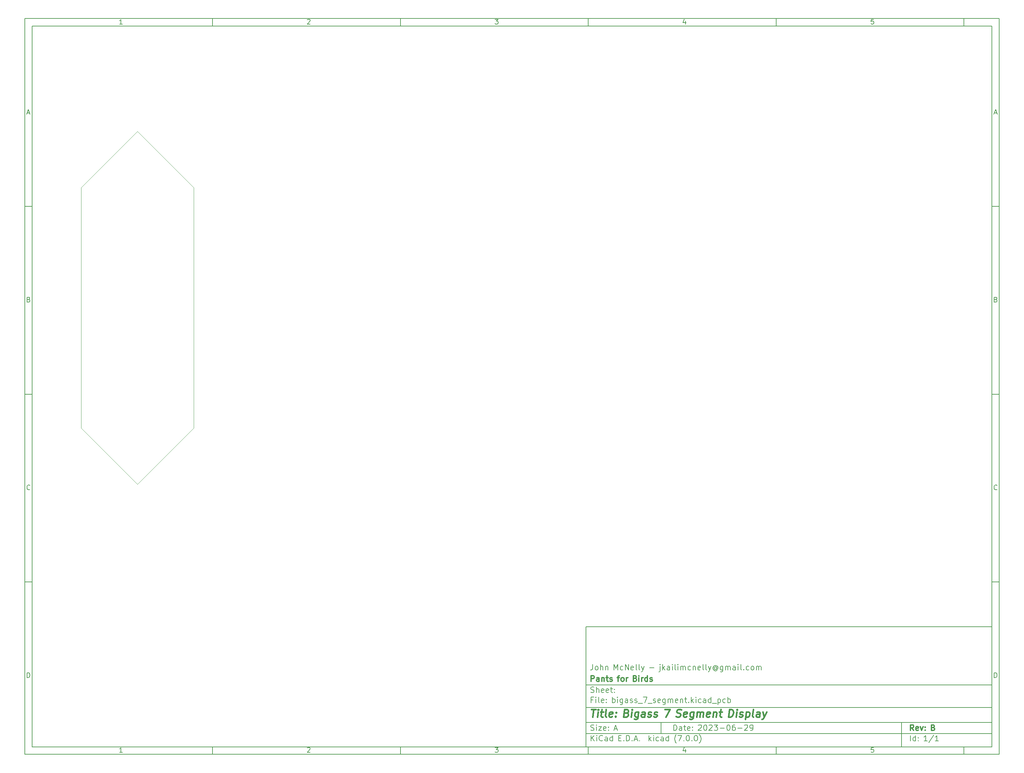
<source format=gbr>
G04 #@! TF.GenerationSoftware,KiCad,Pcbnew,(7.0.0)*
G04 #@! TF.CreationDate,2023-06-29T12:31:04-07:00*
G04 #@! TF.ProjectId,bigass_7_segment,62696761-7373-45f3-975f-7365676d656e,B*
G04 #@! TF.SameCoordinates,Original*
G04 #@! TF.FileFunction,Profile,NP*
%FSLAX46Y46*%
G04 Gerber Fmt 4.6, Leading zero omitted, Abs format (unit mm)*
G04 Created by KiCad (PCBNEW (7.0.0)) date 2023-06-29 12:31:04*
%MOMM*%
%LPD*%
G01*
G04 APERTURE LIST*
%ADD10C,0.100000*%
%ADD11C,0.150000*%
%ADD12C,0.300000*%
%ADD13C,0.400000*%
G04 #@! TA.AperFunction,Profile*
%ADD14C,0.050000*%
G04 #@! TD*
G04 APERTURE END LIST*
D10*
D11*
X159400000Y-171900000D02*
X267400000Y-171900000D01*
X267400000Y-203900000D01*
X159400000Y-203900000D01*
X159400000Y-171900000D01*
D10*
D11*
X10000000Y-10000000D02*
X269400000Y-10000000D01*
X269400000Y-205900000D01*
X10000000Y-205900000D01*
X10000000Y-10000000D01*
D10*
D11*
X12000000Y-12000000D02*
X267400000Y-12000000D01*
X267400000Y-203900000D01*
X12000000Y-203900000D01*
X12000000Y-12000000D01*
D10*
D11*
X60000000Y-12000000D02*
X60000000Y-10000000D01*
D10*
D11*
X110000000Y-12000000D02*
X110000000Y-10000000D01*
D10*
D11*
X160000000Y-12000000D02*
X160000000Y-10000000D01*
D10*
D11*
X210000000Y-12000000D02*
X210000000Y-10000000D01*
D10*
D11*
X260000000Y-12000000D02*
X260000000Y-10000000D01*
D10*
D11*
X35990476Y-11477595D02*
X35247619Y-11477595D01*
X35619047Y-11477595D02*
X35619047Y-10177595D01*
X35619047Y-10177595D02*
X35495238Y-10363309D01*
X35495238Y-10363309D02*
X35371428Y-10487119D01*
X35371428Y-10487119D02*
X35247619Y-10549023D01*
D10*
D11*
X85247619Y-10301404D02*
X85309523Y-10239500D01*
X85309523Y-10239500D02*
X85433333Y-10177595D01*
X85433333Y-10177595D02*
X85742857Y-10177595D01*
X85742857Y-10177595D02*
X85866666Y-10239500D01*
X85866666Y-10239500D02*
X85928571Y-10301404D01*
X85928571Y-10301404D02*
X85990476Y-10425214D01*
X85990476Y-10425214D02*
X85990476Y-10549023D01*
X85990476Y-10549023D02*
X85928571Y-10734738D01*
X85928571Y-10734738D02*
X85185714Y-11477595D01*
X85185714Y-11477595D02*
X85990476Y-11477595D01*
D10*
D11*
X135185714Y-10177595D02*
X135990476Y-10177595D01*
X135990476Y-10177595D02*
X135557142Y-10672833D01*
X135557142Y-10672833D02*
X135742857Y-10672833D01*
X135742857Y-10672833D02*
X135866666Y-10734738D01*
X135866666Y-10734738D02*
X135928571Y-10796642D01*
X135928571Y-10796642D02*
X135990476Y-10920452D01*
X135990476Y-10920452D02*
X135990476Y-11229976D01*
X135990476Y-11229976D02*
X135928571Y-11353785D01*
X135928571Y-11353785D02*
X135866666Y-11415690D01*
X135866666Y-11415690D02*
X135742857Y-11477595D01*
X135742857Y-11477595D02*
X135371428Y-11477595D01*
X135371428Y-11477595D02*
X135247619Y-11415690D01*
X135247619Y-11415690D02*
X135185714Y-11353785D01*
D10*
D11*
X185866666Y-10610928D02*
X185866666Y-11477595D01*
X185557142Y-10115690D02*
X185247619Y-11044261D01*
X185247619Y-11044261D02*
X186052380Y-11044261D01*
D10*
D11*
X235928571Y-10177595D02*
X235309523Y-10177595D01*
X235309523Y-10177595D02*
X235247619Y-10796642D01*
X235247619Y-10796642D02*
X235309523Y-10734738D01*
X235309523Y-10734738D02*
X235433333Y-10672833D01*
X235433333Y-10672833D02*
X235742857Y-10672833D01*
X235742857Y-10672833D02*
X235866666Y-10734738D01*
X235866666Y-10734738D02*
X235928571Y-10796642D01*
X235928571Y-10796642D02*
X235990476Y-10920452D01*
X235990476Y-10920452D02*
X235990476Y-11229976D01*
X235990476Y-11229976D02*
X235928571Y-11353785D01*
X235928571Y-11353785D02*
X235866666Y-11415690D01*
X235866666Y-11415690D02*
X235742857Y-11477595D01*
X235742857Y-11477595D02*
X235433333Y-11477595D01*
X235433333Y-11477595D02*
X235309523Y-11415690D01*
X235309523Y-11415690D02*
X235247619Y-11353785D01*
D10*
D11*
X60000000Y-203900000D02*
X60000000Y-205900000D01*
D10*
D11*
X110000000Y-203900000D02*
X110000000Y-205900000D01*
D10*
D11*
X160000000Y-203900000D02*
X160000000Y-205900000D01*
D10*
D11*
X210000000Y-203900000D02*
X210000000Y-205900000D01*
D10*
D11*
X260000000Y-203900000D02*
X260000000Y-205900000D01*
D10*
D11*
X35990476Y-205377595D02*
X35247619Y-205377595D01*
X35619047Y-205377595D02*
X35619047Y-204077595D01*
X35619047Y-204077595D02*
X35495238Y-204263309D01*
X35495238Y-204263309D02*
X35371428Y-204387119D01*
X35371428Y-204387119D02*
X35247619Y-204449023D01*
D10*
D11*
X85247619Y-204201404D02*
X85309523Y-204139500D01*
X85309523Y-204139500D02*
X85433333Y-204077595D01*
X85433333Y-204077595D02*
X85742857Y-204077595D01*
X85742857Y-204077595D02*
X85866666Y-204139500D01*
X85866666Y-204139500D02*
X85928571Y-204201404D01*
X85928571Y-204201404D02*
X85990476Y-204325214D01*
X85990476Y-204325214D02*
X85990476Y-204449023D01*
X85990476Y-204449023D02*
X85928571Y-204634738D01*
X85928571Y-204634738D02*
X85185714Y-205377595D01*
X85185714Y-205377595D02*
X85990476Y-205377595D01*
D10*
D11*
X135185714Y-204077595D02*
X135990476Y-204077595D01*
X135990476Y-204077595D02*
X135557142Y-204572833D01*
X135557142Y-204572833D02*
X135742857Y-204572833D01*
X135742857Y-204572833D02*
X135866666Y-204634738D01*
X135866666Y-204634738D02*
X135928571Y-204696642D01*
X135928571Y-204696642D02*
X135990476Y-204820452D01*
X135990476Y-204820452D02*
X135990476Y-205129976D01*
X135990476Y-205129976D02*
X135928571Y-205253785D01*
X135928571Y-205253785D02*
X135866666Y-205315690D01*
X135866666Y-205315690D02*
X135742857Y-205377595D01*
X135742857Y-205377595D02*
X135371428Y-205377595D01*
X135371428Y-205377595D02*
X135247619Y-205315690D01*
X135247619Y-205315690D02*
X135185714Y-205253785D01*
D10*
D11*
X185866666Y-204510928D02*
X185866666Y-205377595D01*
X185557142Y-204015690D02*
X185247619Y-204944261D01*
X185247619Y-204944261D02*
X186052380Y-204944261D01*
D10*
D11*
X235928571Y-204077595D02*
X235309523Y-204077595D01*
X235309523Y-204077595D02*
X235247619Y-204696642D01*
X235247619Y-204696642D02*
X235309523Y-204634738D01*
X235309523Y-204634738D02*
X235433333Y-204572833D01*
X235433333Y-204572833D02*
X235742857Y-204572833D01*
X235742857Y-204572833D02*
X235866666Y-204634738D01*
X235866666Y-204634738D02*
X235928571Y-204696642D01*
X235928571Y-204696642D02*
X235990476Y-204820452D01*
X235990476Y-204820452D02*
X235990476Y-205129976D01*
X235990476Y-205129976D02*
X235928571Y-205253785D01*
X235928571Y-205253785D02*
X235866666Y-205315690D01*
X235866666Y-205315690D02*
X235742857Y-205377595D01*
X235742857Y-205377595D02*
X235433333Y-205377595D01*
X235433333Y-205377595D02*
X235309523Y-205315690D01*
X235309523Y-205315690D02*
X235247619Y-205253785D01*
D10*
D11*
X10000000Y-60000000D02*
X12000000Y-60000000D01*
D10*
D11*
X10000000Y-110000000D02*
X12000000Y-110000000D01*
D10*
D11*
X10000000Y-160000000D02*
X12000000Y-160000000D01*
D10*
D11*
X10690476Y-35106166D02*
X11309523Y-35106166D01*
X10566666Y-35477595D02*
X10999999Y-34177595D01*
X10999999Y-34177595D02*
X11433333Y-35477595D01*
D10*
D11*
X11092857Y-84796642D02*
X11278571Y-84858547D01*
X11278571Y-84858547D02*
X11340476Y-84920452D01*
X11340476Y-84920452D02*
X11402380Y-85044261D01*
X11402380Y-85044261D02*
X11402380Y-85229976D01*
X11402380Y-85229976D02*
X11340476Y-85353785D01*
X11340476Y-85353785D02*
X11278571Y-85415690D01*
X11278571Y-85415690D02*
X11154761Y-85477595D01*
X11154761Y-85477595D02*
X10659523Y-85477595D01*
X10659523Y-85477595D02*
X10659523Y-84177595D01*
X10659523Y-84177595D02*
X11092857Y-84177595D01*
X11092857Y-84177595D02*
X11216666Y-84239500D01*
X11216666Y-84239500D02*
X11278571Y-84301404D01*
X11278571Y-84301404D02*
X11340476Y-84425214D01*
X11340476Y-84425214D02*
X11340476Y-84549023D01*
X11340476Y-84549023D02*
X11278571Y-84672833D01*
X11278571Y-84672833D02*
X11216666Y-84734738D01*
X11216666Y-84734738D02*
X11092857Y-84796642D01*
X11092857Y-84796642D02*
X10659523Y-84796642D01*
D10*
D11*
X11402380Y-135353785D02*
X11340476Y-135415690D01*
X11340476Y-135415690D02*
X11154761Y-135477595D01*
X11154761Y-135477595D02*
X11030952Y-135477595D01*
X11030952Y-135477595D02*
X10845238Y-135415690D01*
X10845238Y-135415690D02*
X10721428Y-135291880D01*
X10721428Y-135291880D02*
X10659523Y-135168071D01*
X10659523Y-135168071D02*
X10597619Y-134920452D01*
X10597619Y-134920452D02*
X10597619Y-134734738D01*
X10597619Y-134734738D02*
X10659523Y-134487119D01*
X10659523Y-134487119D02*
X10721428Y-134363309D01*
X10721428Y-134363309D02*
X10845238Y-134239500D01*
X10845238Y-134239500D02*
X11030952Y-134177595D01*
X11030952Y-134177595D02*
X11154761Y-134177595D01*
X11154761Y-134177595D02*
X11340476Y-134239500D01*
X11340476Y-134239500D02*
X11402380Y-134301404D01*
D10*
D11*
X10659523Y-185477595D02*
X10659523Y-184177595D01*
X10659523Y-184177595D02*
X10969047Y-184177595D01*
X10969047Y-184177595D02*
X11154761Y-184239500D01*
X11154761Y-184239500D02*
X11278571Y-184363309D01*
X11278571Y-184363309D02*
X11340476Y-184487119D01*
X11340476Y-184487119D02*
X11402380Y-184734738D01*
X11402380Y-184734738D02*
X11402380Y-184920452D01*
X11402380Y-184920452D02*
X11340476Y-185168071D01*
X11340476Y-185168071D02*
X11278571Y-185291880D01*
X11278571Y-185291880D02*
X11154761Y-185415690D01*
X11154761Y-185415690D02*
X10969047Y-185477595D01*
X10969047Y-185477595D02*
X10659523Y-185477595D01*
D10*
D11*
X269400000Y-60000000D02*
X267400000Y-60000000D01*
D10*
D11*
X269400000Y-110000000D02*
X267400000Y-110000000D01*
D10*
D11*
X269400000Y-160000000D02*
X267400000Y-160000000D01*
D10*
D11*
X268090476Y-35106166D02*
X268709523Y-35106166D01*
X267966666Y-35477595D02*
X268399999Y-34177595D01*
X268399999Y-34177595D02*
X268833333Y-35477595D01*
D10*
D11*
X268492857Y-84796642D02*
X268678571Y-84858547D01*
X268678571Y-84858547D02*
X268740476Y-84920452D01*
X268740476Y-84920452D02*
X268802380Y-85044261D01*
X268802380Y-85044261D02*
X268802380Y-85229976D01*
X268802380Y-85229976D02*
X268740476Y-85353785D01*
X268740476Y-85353785D02*
X268678571Y-85415690D01*
X268678571Y-85415690D02*
X268554761Y-85477595D01*
X268554761Y-85477595D02*
X268059523Y-85477595D01*
X268059523Y-85477595D02*
X268059523Y-84177595D01*
X268059523Y-84177595D02*
X268492857Y-84177595D01*
X268492857Y-84177595D02*
X268616666Y-84239500D01*
X268616666Y-84239500D02*
X268678571Y-84301404D01*
X268678571Y-84301404D02*
X268740476Y-84425214D01*
X268740476Y-84425214D02*
X268740476Y-84549023D01*
X268740476Y-84549023D02*
X268678571Y-84672833D01*
X268678571Y-84672833D02*
X268616666Y-84734738D01*
X268616666Y-84734738D02*
X268492857Y-84796642D01*
X268492857Y-84796642D02*
X268059523Y-84796642D01*
D10*
D11*
X268802380Y-135353785D02*
X268740476Y-135415690D01*
X268740476Y-135415690D02*
X268554761Y-135477595D01*
X268554761Y-135477595D02*
X268430952Y-135477595D01*
X268430952Y-135477595D02*
X268245238Y-135415690D01*
X268245238Y-135415690D02*
X268121428Y-135291880D01*
X268121428Y-135291880D02*
X268059523Y-135168071D01*
X268059523Y-135168071D02*
X267997619Y-134920452D01*
X267997619Y-134920452D02*
X267997619Y-134734738D01*
X267997619Y-134734738D02*
X268059523Y-134487119D01*
X268059523Y-134487119D02*
X268121428Y-134363309D01*
X268121428Y-134363309D02*
X268245238Y-134239500D01*
X268245238Y-134239500D02*
X268430952Y-134177595D01*
X268430952Y-134177595D02*
X268554761Y-134177595D01*
X268554761Y-134177595D02*
X268740476Y-134239500D01*
X268740476Y-134239500D02*
X268802380Y-134301404D01*
D10*
D11*
X268059523Y-185477595D02*
X268059523Y-184177595D01*
X268059523Y-184177595D02*
X268369047Y-184177595D01*
X268369047Y-184177595D02*
X268554761Y-184239500D01*
X268554761Y-184239500D02*
X268678571Y-184363309D01*
X268678571Y-184363309D02*
X268740476Y-184487119D01*
X268740476Y-184487119D02*
X268802380Y-184734738D01*
X268802380Y-184734738D02*
X268802380Y-184920452D01*
X268802380Y-184920452D02*
X268740476Y-185168071D01*
X268740476Y-185168071D02*
X268678571Y-185291880D01*
X268678571Y-185291880D02*
X268554761Y-185415690D01*
X268554761Y-185415690D02*
X268369047Y-185477595D01*
X268369047Y-185477595D02*
X268059523Y-185477595D01*
D10*
D11*
X182757142Y-199551071D02*
X182757142Y-198051071D01*
X182757142Y-198051071D02*
X183114285Y-198051071D01*
X183114285Y-198051071D02*
X183328571Y-198122500D01*
X183328571Y-198122500D02*
X183471428Y-198265357D01*
X183471428Y-198265357D02*
X183542857Y-198408214D01*
X183542857Y-198408214D02*
X183614285Y-198693928D01*
X183614285Y-198693928D02*
X183614285Y-198908214D01*
X183614285Y-198908214D02*
X183542857Y-199193928D01*
X183542857Y-199193928D02*
X183471428Y-199336785D01*
X183471428Y-199336785D02*
X183328571Y-199479642D01*
X183328571Y-199479642D02*
X183114285Y-199551071D01*
X183114285Y-199551071D02*
X182757142Y-199551071D01*
X184900000Y-199551071D02*
X184900000Y-198765357D01*
X184900000Y-198765357D02*
X184828571Y-198622500D01*
X184828571Y-198622500D02*
X184685714Y-198551071D01*
X184685714Y-198551071D02*
X184400000Y-198551071D01*
X184400000Y-198551071D02*
X184257142Y-198622500D01*
X184900000Y-199479642D02*
X184757142Y-199551071D01*
X184757142Y-199551071D02*
X184400000Y-199551071D01*
X184400000Y-199551071D02*
X184257142Y-199479642D01*
X184257142Y-199479642D02*
X184185714Y-199336785D01*
X184185714Y-199336785D02*
X184185714Y-199193928D01*
X184185714Y-199193928D02*
X184257142Y-199051071D01*
X184257142Y-199051071D02*
X184400000Y-198979642D01*
X184400000Y-198979642D02*
X184757142Y-198979642D01*
X184757142Y-198979642D02*
X184900000Y-198908214D01*
X185400000Y-198551071D02*
X185971428Y-198551071D01*
X185614285Y-198051071D02*
X185614285Y-199336785D01*
X185614285Y-199336785D02*
X185685714Y-199479642D01*
X185685714Y-199479642D02*
X185828571Y-199551071D01*
X185828571Y-199551071D02*
X185971428Y-199551071D01*
X187042857Y-199479642D02*
X186900000Y-199551071D01*
X186900000Y-199551071D02*
X186614286Y-199551071D01*
X186614286Y-199551071D02*
X186471428Y-199479642D01*
X186471428Y-199479642D02*
X186400000Y-199336785D01*
X186400000Y-199336785D02*
X186400000Y-198765357D01*
X186400000Y-198765357D02*
X186471428Y-198622500D01*
X186471428Y-198622500D02*
X186614286Y-198551071D01*
X186614286Y-198551071D02*
X186900000Y-198551071D01*
X186900000Y-198551071D02*
X187042857Y-198622500D01*
X187042857Y-198622500D02*
X187114286Y-198765357D01*
X187114286Y-198765357D02*
X187114286Y-198908214D01*
X187114286Y-198908214D02*
X186400000Y-199051071D01*
X187757142Y-199408214D02*
X187828571Y-199479642D01*
X187828571Y-199479642D02*
X187757142Y-199551071D01*
X187757142Y-199551071D02*
X187685714Y-199479642D01*
X187685714Y-199479642D02*
X187757142Y-199408214D01*
X187757142Y-199408214D02*
X187757142Y-199551071D01*
X187757142Y-198622500D02*
X187828571Y-198693928D01*
X187828571Y-198693928D02*
X187757142Y-198765357D01*
X187757142Y-198765357D02*
X187685714Y-198693928D01*
X187685714Y-198693928D02*
X187757142Y-198622500D01*
X187757142Y-198622500D02*
X187757142Y-198765357D01*
X189300000Y-198193928D02*
X189371428Y-198122500D01*
X189371428Y-198122500D02*
X189514286Y-198051071D01*
X189514286Y-198051071D02*
X189871428Y-198051071D01*
X189871428Y-198051071D02*
X190014286Y-198122500D01*
X190014286Y-198122500D02*
X190085714Y-198193928D01*
X190085714Y-198193928D02*
X190157143Y-198336785D01*
X190157143Y-198336785D02*
X190157143Y-198479642D01*
X190157143Y-198479642D02*
X190085714Y-198693928D01*
X190085714Y-198693928D02*
X189228571Y-199551071D01*
X189228571Y-199551071D02*
X190157143Y-199551071D01*
X191085714Y-198051071D02*
X191228571Y-198051071D01*
X191228571Y-198051071D02*
X191371428Y-198122500D01*
X191371428Y-198122500D02*
X191442857Y-198193928D01*
X191442857Y-198193928D02*
X191514285Y-198336785D01*
X191514285Y-198336785D02*
X191585714Y-198622500D01*
X191585714Y-198622500D02*
X191585714Y-198979642D01*
X191585714Y-198979642D02*
X191514285Y-199265357D01*
X191514285Y-199265357D02*
X191442857Y-199408214D01*
X191442857Y-199408214D02*
X191371428Y-199479642D01*
X191371428Y-199479642D02*
X191228571Y-199551071D01*
X191228571Y-199551071D02*
X191085714Y-199551071D01*
X191085714Y-199551071D02*
X190942857Y-199479642D01*
X190942857Y-199479642D02*
X190871428Y-199408214D01*
X190871428Y-199408214D02*
X190799999Y-199265357D01*
X190799999Y-199265357D02*
X190728571Y-198979642D01*
X190728571Y-198979642D02*
X190728571Y-198622500D01*
X190728571Y-198622500D02*
X190799999Y-198336785D01*
X190799999Y-198336785D02*
X190871428Y-198193928D01*
X190871428Y-198193928D02*
X190942857Y-198122500D01*
X190942857Y-198122500D02*
X191085714Y-198051071D01*
X192157142Y-198193928D02*
X192228570Y-198122500D01*
X192228570Y-198122500D02*
X192371428Y-198051071D01*
X192371428Y-198051071D02*
X192728570Y-198051071D01*
X192728570Y-198051071D02*
X192871428Y-198122500D01*
X192871428Y-198122500D02*
X192942856Y-198193928D01*
X192942856Y-198193928D02*
X193014285Y-198336785D01*
X193014285Y-198336785D02*
X193014285Y-198479642D01*
X193014285Y-198479642D02*
X192942856Y-198693928D01*
X192942856Y-198693928D02*
X192085713Y-199551071D01*
X192085713Y-199551071D02*
X193014285Y-199551071D01*
X193514284Y-198051071D02*
X194442856Y-198051071D01*
X194442856Y-198051071D02*
X193942856Y-198622500D01*
X193942856Y-198622500D02*
X194157141Y-198622500D01*
X194157141Y-198622500D02*
X194299999Y-198693928D01*
X194299999Y-198693928D02*
X194371427Y-198765357D01*
X194371427Y-198765357D02*
X194442856Y-198908214D01*
X194442856Y-198908214D02*
X194442856Y-199265357D01*
X194442856Y-199265357D02*
X194371427Y-199408214D01*
X194371427Y-199408214D02*
X194299999Y-199479642D01*
X194299999Y-199479642D02*
X194157141Y-199551071D01*
X194157141Y-199551071D02*
X193728570Y-199551071D01*
X193728570Y-199551071D02*
X193585713Y-199479642D01*
X193585713Y-199479642D02*
X193514284Y-199408214D01*
X195085712Y-198979642D02*
X196228570Y-198979642D01*
X197228570Y-198051071D02*
X197371427Y-198051071D01*
X197371427Y-198051071D02*
X197514284Y-198122500D01*
X197514284Y-198122500D02*
X197585713Y-198193928D01*
X197585713Y-198193928D02*
X197657141Y-198336785D01*
X197657141Y-198336785D02*
X197728570Y-198622500D01*
X197728570Y-198622500D02*
X197728570Y-198979642D01*
X197728570Y-198979642D02*
X197657141Y-199265357D01*
X197657141Y-199265357D02*
X197585713Y-199408214D01*
X197585713Y-199408214D02*
X197514284Y-199479642D01*
X197514284Y-199479642D02*
X197371427Y-199551071D01*
X197371427Y-199551071D02*
X197228570Y-199551071D01*
X197228570Y-199551071D02*
X197085713Y-199479642D01*
X197085713Y-199479642D02*
X197014284Y-199408214D01*
X197014284Y-199408214D02*
X196942855Y-199265357D01*
X196942855Y-199265357D02*
X196871427Y-198979642D01*
X196871427Y-198979642D02*
X196871427Y-198622500D01*
X196871427Y-198622500D02*
X196942855Y-198336785D01*
X196942855Y-198336785D02*
X197014284Y-198193928D01*
X197014284Y-198193928D02*
X197085713Y-198122500D01*
X197085713Y-198122500D02*
X197228570Y-198051071D01*
X199014284Y-198051071D02*
X198728569Y-198051071D01*
X198728569Y-198051071D02*
X198585712Y-198122500D01*
X198585712Y-198122500D02*
X198514284Y-198193928D01*
X198514284Y-198193928D02*
X198371426Y-198408214D01*
X198371426Y-198408214D02*
X198299998Y-198693928D01*
X198299998Y-198693928D02*
X198299998Y-199265357D01*
X198299998Y-199265357D02*
X198371426Y-199408214D01*
X198371426Y-199408214D02*
X198442855Y-199479642D01*
X198442855Y-199479642D02*
X198585712Y-199551071D01*
X198585712Y-199551071D02*
X198871426Y-199551071D01*
X198871426Y-199551071D02*
X199014284Y-199479642D01*
X199014284Y-199479642D02*
X199085712Y-199408214D01*
X199085712Y-199408214D02*
X199157141Y-199265357D01*
X199157141Y-199265357D02*
X199157141Y-198908214D01*
X199157141Y-198908214D02*
X199085712Y-198765357D01*
X199085712Y-198765357D02*
X199014284Y-198693928D01*
X199014284Y-198693928D02*
X198871426Y-198622500D01*
X198871426Y-198622500D02*
X198585712Y-198622500D01*
X198585712Y-198622500D02*
X198442855Y-198693928D01*
X198442855Y-198693928D02*
X198371426Y-198765357D01*
X198371426Y-198765357D02*
X198299998Y-198908214D01*
X199799997Y-198979642D02*
X200942855Y-198979642D01*
X201585712Y-198193928D02*
X201657140Y-198122500D01*
X201657140Y-198122500D02*
X201799998Y-198051071D01*
X201799998Y-198051071D02*
X202157140Y-198051071D01*
X202157140Y-198051071D02*
X202299998Y-198122500D01*
X202299998Y-198122500D02*
X202371426Y-198193928D01*
X202371426Y-198193928D02*
X202442855Y-198336785D01*
X202442855Y-198336785D02*
X202442855Y-198479642D01*
X202442855Y-198479642D02*
X202371426Y-198693928D01*
X202371426Y-198693928D02*
X201514283Y-199551071D01*
X201514283Y-199551071D02*
X202442855Y-199551071D01*
X203157140Y-199551071D02*
X203442854Y-199551071D01*
X203442854Y-199551071D02*
X203585711Y-199479642D01*
X203585711Y-199479642D02*
X203657140Y-199408214D01*
X203657140Y-199408214D02*
X203799997Y-199193928D01*
X203799997Y-199193928D02*
X203871426Y-198908214D01*
X203871426Y-198908214D02*
X203871426Y-198336785D01*
X203871426Y-198336785D02*
X203799997Y-198193928D01*
X203799997Y-198193928D02*
X203728569Y-198122500D01*
X203728569Y-198122500D02*
X203585711Y-198051071D01*
X203585711Y-198051071D02*
X203299997Y-198051071D01*
X203299997Y-198051071D02*
X203157140Y-198122500D01*
X203157140Y-198122500D02*
X203085711Y-198193928D01*
X203085711Y-198193928D02*
X203014283Y-198336785D01*
X203014283Y-198336785D02*
X203014283Y-198693928D01*
X203014283Y-198693928D02*
X203085711Y-198836785D01*
X203085711Y-198836785D02*
X203157140Y-198908214D01*
X203157140Y-198908214D02*
X203299997Y-198979642D01*
X203299997Y-198979642D02*
X203585711Y-198979642D01*
X203585711Y-198979642D02*
X203728569Y-198908214D01*
X203728569Y-198908214D02*
X203799997Y-198836785D01*
X203799997Y-198836785D02*
X203871426Y-198693928D01*
D10*
D11*
X159400000Y-200400000D02*
X267400000Y-200400000D01*
D10*
D11*
X160757142Y-202351071D02*
X160757142Y-200851071D01*
X161614285Y-202351071D02*
X160971428Y-201493928D01*
X161614285Y-200851071D02*
X160757142Y-201708214D01*
X162257142Y-202351071D02*
X162257142Y-201351071D01*
X162257142Y-200851071D02*
X162185714Y-200922500D01*
X162185714Y-200922500D02*
X162257142Y-200993928D01*
X162257142Y-200993928D02*
X162328571Y-200922500D01*
X162328571Y-200922500D02*
X162257142Y-200851071D01*
X162257142Y-200851071D02*
X162257142Y-200993928D01*
X163828571Y-202208214D02*
X163757143Y-202279642D01*
X163757143Y-202279642D02*
X163542857Y-202351071D01*
X163542857Y-202351071D02*
X163400000Y-202351071D01*
X163400000Y-202351071D02*
X163185714Y-202279642D01*
X163185714Y-202279642D02*
X163042857Y-202136785D01*
X163042857Y-202136785D02*
X162971428Y-201993928D01*
X162971428Y-201993928D02*
X162900000Y-201708214D01*
X162900000Y-201708214D02*
X162900000Y-201493928D01*
X162900000Y-201493928D02*
X162971428Y-201208214D01*
X162971428Y-201208214D02*
X163042857Y-201065357D01*
X163042857Y-201065357D02*
X163185714Y-200922500D01*
X163185714Y-200922500D02*
X163400000Y-200851071D01*
X163400000Y-200851071D02*
X163542857Y-200851071D01*
X163542857Y-200851071D02*
X163757143Y-200922500D01*
X163757143Y-200922500D02*
X163828571Y-200993928D01*
X165114286Y-202351071D02*
X165114286Y-201565357D01*
X165114286Y-201565357D02*
X165042857Y-201422500D01*
X165042857Y-201422500D02*
X164900000Y-201351071D01*
X164900000Y-201351071D02*
X164614286Y-201351071D01*
X164614286Y-201351071D02*
X164471428Y-201422500D01*
X165114286Y-202279642D02*
X164971428Y-202351071D01*
X164971428Y-202351071D02*
X164614286Y-202351071D01*
X164614286Y-202351071D02*
X164471428Y-202279642D01*
X164471428Y-202279642D02*
X164400000Y-202136785D01*
X164400000Y-202136785D02*
X164400000Y-201993928D01*
X164400000Y-201993928D02*
X164471428Y-201851071D01*
X164471428Y-201851071D02*
X164614286Y-201779642D01*
X164614286Y-201779642D02*
X164971428Y-201779642D01*
X164971428Y-201779642D02*
X165114286Y-201708214D01*
X166471429Y-202351071D02*
X166471429Y-200851071D01*
X166471429Y-202279642D02*
X166328571Y-202351071D01*
X166328571Y-202351071D02*
X166042857Y-202351071D01*
X166042857Y-202351071D02*
X165900000Y-202279642D01*
X165900000Y-202279642D02*
X165828571Y-202208214D01*
X165828571Y-202208214D02*
X165757143Y-202065357D01*
X165757143Y-202065357D02*
X165757143Y-201636785D01*
X165757143Y-201636785D02*
X165828571Y-201493928D01*
X165828571Y-201493928D02*
X165900000Y-201422500D01*
X165900000Y-201422500D02*
X166042857Y-201351071D01*
X166042857Y-201351071D02*
X166328571Y-201351071D01*
X166328571Y-201351071D02*
X166471429Y-201422500D01*
X168085714Y-201565357D02*
X168585714Y-201565357D01*
X168800000Y-202351071D02*
X168085714Y-202351071D01*
X168085714Y-202351071D02*
X168085714Y-200851071D01*
X168085714Y-200851071D02*
X168800000Y-200851071D01*
X169442857Y-202208214D02*
X169514286Y-202279642D01*
X169514286Y-202279642D02*
X169442857Y-202351071D01*
X169442857Y-202351071D02*
X169371429Y-202279642D01*
X169371429Y-202279642D02*
X169442857Y-202208214D01*
X169442857Y-202208214D02*
X169442857Y-202351071D01*
X170157143Y-202351071D02*
X170157143Y-200851071D01*
X170157143Y-200851071D02*
X170514286Y-200851071D01*
X170514286Y-200851071D02*
X170728572Y-200922500D01*
X170728572Y-200922500D02*
X170871429Y-201065357D01*
X170871429Y-201065357D02*
X170942858Y-201208214D01*
X170942858Y-201208214D02*
X171014286Y-201493928D01*
X171014286Y-201493928D02*
X171014286Y-201708214D01*
X171014286Y-201708214D02*
X170942858Y-201993928D01*
X170942858Y-201993928D02*
X170871429Y-202136785D01*
X170871429Y-202136785D02*
X170728572Y-202279642D01*
X170728572Y-202279642D02*
X170514286Y-202351071D01*
X170514286Y-202351071D02*
X170157143Y-202351071D01*
X171657143Y-202208214D02*
X171728572Y-202279642D01*
X171728572Y-202279642D02*
X171657143Y-202351071D01*
X171657143Y-202351071D02*
X171585715Y-202279642D01*
X171585715Y-202279642D02*
X171657143Y-202208214D01*
X171657143Y-202208214D02*
X171657143Y-202351071D01*
X172300001Y-201922500D02*
X173014287Y-201922500D01*
X172157144Y-202351071D02*
X172657144Y-200851071D01*
X172657144Y-200851071D02*
X173157144Y-202351071D01*
X173657143Y-202208214D02*
X173728572Y-202279642D01*
X173728572Y-202279642D02*
X173657143Y-202351071D01*
X173657143Y-202351071D02*
X173585715Y-202279642D01*
X173585715Y-202279642D02*
X173657143Y-202208214D01*
X173657143Y-202208214D02*
X173657143Y-202351071D01*
X176171429Y-202351071D02*
X176171429Y-200851071D01*
X176314287Y-201779642D02*
X176742858Y-202351071D01*
X176742858Y-201351071D02*
X176171429Y-201922500D01*
X177385715Y-202351071D02*
X177385715Y-201351071D01*
X177385715Y-200851071D02*
X177314287Y-200922500D01*
X177314287Y-200922500D02*
X177385715Y-200993928D01*
X177385715Y-200993928D02*
X177457144Y-200922500D01*
X177457144Y-200922500D02*
X177385715Y-200851071D01*
X177385715Y-200851071D02*
X177385715Y-200993928D01*
X178742859Y-202279642D02*
X178600001Y-202351071D01*
X178600001Y-202351071D02*
X178314287Y-202351071D01*
X178314287Y-202351071D02*
X178171430Y-202279642D01*
X178171430Y-202279642D02*
X178100001Y-202208214D01*
X178100001Y-202208214D02*
X178028573Y-202065357D01*
X178028573Y-202065357D02*
X178028573Y-201636785D01*
X178028573Y-201636785D02*
X178100001Y-201493928D01*
X178100001Y-201493928D02*
X178171430Y-201422500D01*
X178171430Y-201422500D02*
X178314287Y-201351071D01*
X178314287Y-201351071D02*
X178600001Y-201351071D01*
X178600001Y-201351071D02*
X178742859Y-201422500D01*
X180028573Y-202351071D02*
X180028573Y-201565357D01*
X180028573Y-201565357D02*
X179957144Y-201422500D01*
X179957144Y-201422500D02*
X179814287Y-201351071D01*
X179814287Y-201351071D02*
X179528573Y-201351071D01*
X179528573Y-201351071D02*
X179385715Y-201422500D01*
X180028573Y-202279642D02*
X179885715Y-202351071D01*
X179885715Y-202351071D02*
X179528573Y-202351071D01*
X179528573Y-202351071D02*
X179385715Y-202279642D01*
X179385715Y-202279642D02*
X179314287Y-202136785D01*
X179314287Y-202136785D02*
X179314287Y-201993928D01*
X179314287Y-201993928D02*
X179385715Y-201851071D01*
X179385715Y-201851071D02*
X179528573Y-201779642D01*
X179528573Y-201779642D02*
X179885715Y-201779642D01*
X179885715Y-201779642D02*
X180028573Y-201708214D01*
X181385716Y-202351071D02*
X181385716Y-200851071D01*
X181385716Y-202279642D02*
X181242858Y-202351071D01*
X181242858Y-202351071D02*
X180957144Y-202351071D01*
X180957144Y-202351071D02*
X180814287Y-202279642D01*
X180814287Y-202279642D02*
X180742858Y-202208214D01*
X180742858Y-202208214D02*
X180671430Y-202065357D01*
X180671430Y-202065357D02*
X180671430Y-201636785D01*
X180671430Y-201636785D02*
X180742858Y-201493928D01*
X180742858Y-201493928D02*
X180814287Y-201422500D01*
X180814287Y-201422500D02*
X180957144Y-201351071D01*
X180957144Y-201351071D02*
X181242858Y-201351071D01*
X181242858Y-201351071D02*
X181385716Y-201422500D01*
X183428573Y-202922500D02*
X183357144Y-202851071D01*
X183357144Y-202851071D02*
X183214287Y-202636785D01*
X183214287Y-202636785D02*
X183142859Y-202493928D01*
X183142859Y-202493928D02*
X183071430Y-202279642D01*
X183071430Y-202279642D02*
X183000001Y-201922500D01*
X183000001Y-201922500D02*
X183000001Y-201636785D01*
X183000001Y-201636785D02*
X183071430Y-201279642D01*
X183071430Y-201279642D02*
X183142859Y-201065357D01*
X183142859Y-201065357D02*
X183214287Y-200922500D01*
X183214287Y-200922500D02*
X183357144Y-200708214D01*
X183357144Y-200708214D02*
X183428573Y-200636785D01*
X183857144Y-200851071D02*
X184857144Y-200851071D01*
X184857144Y-200851071D02*
X184214287Y-202351071D01*
X185428572Y-202208214D02*
X185500001Y-202279642D01*
X185500001Y-202279642D02*
X185428572Y-202351071D01*
X185428572Y-202351071D02*
X185357144Y-202279642D01*
X185357144Y-202279642D02*
X185428572Y-202208214D01*
X185428572Y-202208214D02*
X185428572Y-202351071D01*
X186428573Y-200851071D02*
X186571430Y-200851071D01*
X186571430Y-200851071D02*
X186714287Y-200922500D01*
X186714287Y-200922500D02*
X186785716Y-200993928D01*
X186785716Y-200993928D02*
X186857144Y-201136785D01*
X186857144Y-201136785D02*
X186928573Y-201422500D01*
X186928573Y-201422500D02*
X186928573Y-201779642D01*
X186928573Y-201779642D02*
X186857144Y-202065357D01*
X186857144Y-202065357D02*
X186785716Y-202208214D01*
X186785716Y-202208214D02*
X186714287Y-202279642D01*
X186714287Y-202279642D02*
X186571430Y-202351071D01*
X186571430Y-202351071D02*
X186428573Y-202351071D01*
X186428573Y-202351071D02*
X186285716Y-202279642D01*
X186285716Y-202279642D02*
X186214287Y-202208214D01*
X186214287Y-202208214D02*
X186142858Y-202065357D01*
X186142858Y-202065357D02*
X186071430Y-201779642D01*
X186071430Y-201779642D02*
X186071430Y-201422500D01*
X186071430Y-201422500D02*
X186142858Y-201136785D01*
X186142858Y-201136785D02*
X186214287Y-200993928D01*
X186214287Y-200993928D02*
X186285716Y-200922500D01*
X186285716Y-200922500D02*
X186428573Y-200851071D01*
X187571429Y-202208214D02*
X187642858Y-202279642D01*
X187642858Y-202279642D02*
X187571429Y-202351071D01*
X187571429Y-202351071D02*
X187500001Y-202279642D01*
X187500001Y-202279642D02*
X187571429Y-202208214D01*
X187571429Y-202208214D02*
X187571429Y-202351071D01*
X188571430Y-200851071D02*
X188714287Y-200851071D01*
X188714287Y-200851071D02*
X188857144Y-200922500D01*
X188857144Y-200922500D02*
X188928573Y-200993928D01*
X188928573Y-200993928D02*
X189000001Y-201136785D01*
X189000001Y-201136785D02*
X189071430Y-201422500D01*
X189071430Y-201422500D02*
X189071430Y-201779642D01*
X189071430Y-201779642D02*
X189000001Y-202065357D01*
X189000001Y-202065357D02*
X188928573Y-202208214D01*
X188928573Y-202208214D02*
X188857144Y-202279642D01*
X188857144Y-202279642D02*
X188714287Y-202351071D01*
X188714287Y-202351071D02*
X188571430Y-202351071D01*
X188571430Y-202351071D02*
X188428573Y-202279642D01*
X188428573Y-202279642D02*
X188357144Y-202208214D01*
X188357144Y-202208214D02*
X188285715Y-202065357D01*
X188285715Y-202065357D02*
X188214287Y-201779642D01*
X188214287Y-201779642D02*
X188214287Y-201422500D01*
X188214287Y-201422500D02*
X188285715Y-201136785D01*
X188285715Y-201136785D02*
X188357144Y-200993928D01*
X188357144Y-200993928D02*
X188428573Y-200922500D01*
X188428573Y-200922500D02*
X188571430Y-200851071D01*
X189571429Y-202922500D02*
X189642858Y-202851071D01*
X189642858Y-202851071D02*
X189785715Y-202636785D01*
X189785715Y-202636785D02*
X189857144Y-202493928D01*
X189857144Y-202493928D02*
X189928572Y-202279642D01*
X189928572Y-202279642D02*
X190000001Y-201922500D01*
X190000001Y-201922500D02*
X190000001Y-201636785D01*
X190000001Y-201636785D02*
X189928572Y-201279642D01*
X189928572Y-201279642D02*
X189857144Y-201065357D01*
X189857144Y-201065357D02*
X189785715Y-200922500D01*
X189785715Y-200922500D02*
X189642858Y-200708214D01*
X189642858Y-200708214D02*
X189571429Y-200636785D01*
D10*
D11*
X159400000Y-197400000D02*
X267400000Y-197400000D01*
D10*
D12*
X246614285Y-199551071D02*
X246114285Y-198836785D01*
X245757142Y-199551071D02*
X245757142Y-198051071D01*
X245757142Y-198051071D02*
X246328571Y-198051071D01*
X246328571Y-198051071D02*
X246471428Y-198122500D01*
X246471428Y-198122500D02*
X246542857Y-198193928D01*
X246542857Y-198193928D02*
X246614285Y-198336785D01*
X246614285Y-198336785D02*
X246614285Y-198551071D01*
X246614285Y-198551071D02*
X246542857Y-198693928D01*
X246542857Y-198693928D02*
X246471428Y-198765357D01*
X246471428Y-198765357D02*
X246328571Y-198836785D01*
X246328571Y-198836785D02*
X245757142Y-198836785D01*
X247828571Y-199479642D02*
X247685714Y-199551071D01*
X247685714Y-199551071D02*
X247400000Y-199551071D01*
X247400000Y-199551071D02*
X247257142Y-199479642D01*
X247257142Y-199479642D02*
X247185714Y-199336785D01*
X247185714Y-199336785D02*
X247185714Y-198765357D01*
X247185714Y-198765357D02*
X247257142Y-198622500D01*
X247257142Y-198622500D02*
X247400000Y-198551071D01*
X247400000Y-198551071D02*
X247685714Y-198551071D01*
X247685714Y-198551071D02*
X247828571Y-198622500D01*
X247828571Y-198622500D02*
X247900000Y-198765357D01*
X247900000Y-198765357D02*
X247900000Y-198908214D01*
X247900000Y-198908214D02*
X247185714Y-199051071D01*
X248399999Y-198551071D02*
X248757142Y-199551071D01*
X248757142Y-199551071D02*
X249114285Y-198551071D01*
X249685713Y-199408214D02*
X249757142Y-199479642D01*
X249757142Y-199479642D02*
X249685713Y-199551071D01*
X249685713Y-199551071D02*
X249614285Y-199479642D01*
X249614285Y-199479642D02*
X249685713Y-199408214D01*
X249685713Y-199408214D02*
X249685713Y-199551071D01*
X249685713Y-198622500D02*
X249757142Y-198693928D01*
X249757142Y-198693928D02*
X249685713Y-198765357D01*
X249685713Y-198765357D02*
X249614285Y-198693928D01*
X249614285Y-198693928D02*
X249685713Y-198622500D01*
X249685713Y-198622500D02*
X249685713Y-198765357D01*
X251799999Y-198765357D02*
X252014285Y-198836785D01*
X252014285Y-198836785D02*
X252085714Y-198908214D01*
X252085714Y-198908214D02*
X252157142Y-199051071D01*
X252157142Y-199051071D02*
X252157142Y-199265357D01*
X252157142Y-199265357D02*
X252085714Y-199408214D01*
X252085714Y-199408214D02*
X252014285Y-199479642D01*
X252014285Y-199479642D02*
X251871428Y-199551071D01*
X251871428Y-199551071D02*
X251299999Y-199551071D01*
X251299999Y-199551071D02*
X251299999Y-198051071D01*
X251299999Y-198051071D02*
X251799999Y-198051071D01*
X251799999Y-198051071D02*
X251942857Y-198122500D01*
X251942857Y-198122500D02*
X252014285Y-198193928D01*
X252014285Y-198193928D02*
X252085714Y-198336785D01*
X252085714Y-198336785D02*
X252085714Y-198479642D01*
X252085714Y-198479642D02*
X252014285Y-198622500D01*
X252014285Y-198622500D02*
X251942857Y-198693928D01*
X251942857Y-198693928D02*
X251799999Y-198765357D01*
X251799999Y-198765357D02*
X251299999Y-198765357D01*
D10*
D11*
X160685714Y-199479642D02*
X160900000Y-199551071D01*
X160900000Y-199551071D02*
X161257142Y-199551071D01*
X161257142Y-199551071D02*
X161400000Y-199479642D01*
X161400000Y-199479642D02*
X161471428Y-199408214D01*
X161471428Y-199408214D02*
X161542857Y-199265357D01*
X161542857Y-199265357D02*
X161542857Y-199122500D01*
X161542857Y-199122500D02*
X161471428Y-198979642D01*
X161471428Y-198979642D02*
X161400000Y-198908214D01*
X161400000Y-198908214D02*
X161257142Y-198836785D01*
X161257142Y-198836785D02*
X160971428Y-198765357D01*
X160971428Y-198765357D02*
X160828571Y-198693928D01*
X160828571Y-198693928D02*
X160757142Y-198622500D01*
X160757142Y-198622500D02*
X160685714Y-198479642D01*
X160685714Y-198479642D02*
X160685714Y-198336785D01*
X160685714Y-198336785D02*
X160757142Y-198193928D01*
X160757142Y-198193928D02*
X160828571Y-198122500D01*
X160828571Y-198122500D02*
X160971428Y-198051071D01*
X160971428Y-198051071D02*
X161328571Y-198051071D01*
X161328571Y-198051071D02*
X161542857Y-198122500D01*
X162185713Y-199551071D02*
X162185713Y-198551071D01*
X162185713Y-198051071D02*
X162114285Y-198122500D01*
X162114285Y-198122500D02*
X162185713Y-198193928D01*
X162185713Y-198193928D02*
X162257142Y-198122500D01*
X162257142Y-198122500D02*
X162185713Y-198051071D01*
X162185713Y-198051071D02*
X162185713Y-198193928D01*
X162757142Y-198551071D02*
X163542857Y-198551071D01*
X163542857Y-198551071D02*
X162757142Y-199551071D01*
X162757142Y-199551071D02*
X163542857Y-199551071D01*
X164685714Y-199479642D02*
X164542857Y-199551071D01*
X164542857Y-199551071D02*
X164257143Y-199551071D01*
X164257143Y-199551071D02*
X164114285Y-199479642D01*
X164114285Y-199479642D02*
X164042857Y-199336785D01*
X164042857Y-199336785D02*
X164042857Y-198765357D01*
X164042857Y-198765357D02*
X164114285Y-198622500D01*
X164114285Y-198622500D02*
X164257143Y-198551071D01*
X164257143Y-198551071D02*
X164542857Y-198551071D01*
X164542857Y-198551071D02*
X164685714Y-198622500D01*
X164685714Y-198622500D02*
X164757143Y-198765357D01*
X164757143Y-198765357D02*
X164757143Y-198908214D01*
X164757143Y-198908214D02*
X164042857Y-199051071D01*
X165399999Y-199408214D02*
X165471428Y-199479642D01*
X165471428Y-199479642D02*
X165399999Y-199551071D01*
X165399999Y-199551071D02*
X165328571Y-199479642D01*
X165328571Y-199479642D02*
X165399999Y-199408214D01*
X165399999Y-199408214D02*
X165399999Y-199551071D01*
X165399999Y-198622500D02*
X165471428Y-198693928D01*
X165471428Y-198693928D02*
X165399999Y-198765357D01*
X165399999Y-198765357D02*
X165328571Y-198693928D01*
X165328571Y-198693928D02*
X165399999Y-198622500D01*
X165399999Y-198622500D02*
X165399999Y-198765357D01*
X166942857Y-199122500D02*
X167657143Y-199122500D01*
X166800000Y-199551071D02*
X167300000Y-198051071D01*
X167300000Y-198051071D02*
X167800000Y-199551071D01*
D10*
D11*
X245757142Y-202351071D02*
X245757142Y-200851071D01*
X247114286Y-202351071D02*
X247114286Y-200851071D01*
X247114286Y-202279642D02*
X246971428Y-202351071D01*
X246971428Y-202351071D02*
X246685714Y-202351071D01*
X246685714Y-202351071D02*
X246542857Y-202279642D01*
X246542857Y-202279642D02*
X246471428Y-202208214D01*
X246471428Y-202208214D02*
X246400000Y-202065357D01*
X246400000Y-202065357D02*
X246400000Y-201636785D01*
X246400000Y-201636785D02*
X246471428Y-201493928D01*
X246471428Y-201493928D02*
X246542857Y-201422500D01*
X246542857Y-201422500D02*
X246685714Y-201351071D01*
X246685714Y-201351071D02*
X246971428Y-201351071D01*
X246971428Y-201351071D02*
X247114286Y-201422500D01*
X247828571Y-202208214D02*
X247900000Y-202279642D01*
X247900000Y-202279642D02*
X247828571Y-202351071D01*
X247828571Y-202351071D02*
X247757143Y-202279642D01*
X247757143Y-202279642D02*
X247828571Y-202208214D01*
X247828571Y-202208214D02*
X247828571Y-202351071D01*
X247828571Y-201422500D02*
X247900000Y-201493928D01*
X247900000Y-201493928D02*
X247828571Y-201565357D01*
X247828571Y-201565357D02*
X247757143Y-201493928D01*
X247757143Y-201493928D02*
X247828571Y-201422500D01*
X247828571Y-201422500D02*
X247828571Y-201565357D01*
X250228572Y-202351071D02*
X249371429Y-202351071D01*
X249800000Y-202351071D02*
X249800000Y-200851071D01*
X249800000Y-200851071D02*
X249657143Y-201065357D01*
X249657143Y-201065357D02*
X249514286Y-201208214D01*
X249514286Y-201208214D02*
X249371429Y-201279642D01*
X251942857Y-200779642D02*
X250657143Y-202708214D01*
X253228572Y-202351071D02*
X252371429Y-202351071D01*
X252800000Y-202351071D02*
X252800000Y-200851071D01*
X252800000Y-200851071D02*
X252657143Y-201065357D01*
X252657143Y-201065357D02*
X252514286Y-201208214D01*
X252514286Y-201208214D02*
X252371429Y-201279642D01*
D10*
D11*
X159400000Y-193400000D02*
X267400000Y-193400000D01*
D10*
D13*
X160852380Y-193934761D02*
X161995238Y-193934761D01*
X161173809Y-195934761D02*
X161423809Y-193934761D01*
X162411905Y-195934761D02*
X162578571Y-194601428D01*
X162661905Y-193934761D02*
X162554762Y-194030000D01*
X162554762Y-194030000D02*
X162638095Y-194125238D01*
X162638095Y-194125238D02*
X162745238Y-194030000D01*
X162745238Y-194030000D02*
X162661905Y-193934761D01*
X162661905Y-193934761D02*
X162638095Y-194125238D01*
X163245238Y-194601428D02*
X164007143Y-194601428D01*
X163614286Y-193934761D02*
X163400000Y-195649047D01*
X163400000Y-195649047D02*
X163471429Y-195839523D01*
X163471429Y-195839523D02*
X163650000Y-195934761D01*
X163650000Y-195934761D02*
X163840476Y-195934761D01*
X164792857Y-195934761D02*
X164614286Y-195839523D01*
X164614286Y-195839523D02*
X164542857Y-195649047D01*
X164542857Y-195649047D02*
X164757143Y-193934761D01*
X166328571Y-195839523D02*
X166126190Y-195934761D01*
X166126190Y-195934761D02*
X165745238Y-195934761D01*
X165745238Y-195934761D02*
X165566667Y-195839523D01*
X165566667Y-195839523D02*
X165495238Y-195649047D01*
X165495238Y-195649047D02*
X165590476Y-194887142D01*
X165590476Y-194887142D02*
X165709524Y-194696666D01*
X165709524Y-194696666D02*
X165911905Y-194601428D01*
X165911905Y-194601428D02*
X166292857Y-194601428D01*
X166292857Y-194601428D02*
X166471428Y-194696666D01*
X166471428Y-194696666D02*
X166542857Y-194887142D01*
X166542857Y-194887142D02*
X166519047Y-195077619D01*
X166519047Y-195077619D02*
X165542857Y-195268095D01*
X167292857Y-195744285D02*
X167376191Y-195839523D01*
X167376191Y-195839523D02*
X167269048Y-195934761D01*
X167269048Y-195934761D02*
X167185714Y-195839523D01*
X167185714Y-195839523D02*
X167292857Y-195744285D01*
X167292857Y-195744285D02*
X167269048Y-195934761D01*
X167423810Y-194696666D02*
X167507143Y-194791904D01*
X167507143Y-194791904D02*
X167400000Y-194887142D01*
X167400000Y-194887142D02*
X167316667Y-194791904D01*
X167316667Y-194791904D02*
X167423810Y-194696666D01*
X167423810Y-194696666D02*
X167400000Y-194887142D01*
X170219048Y-194887142D02*
X170492857Y-194982380D01*
X170492857Y-194982380D02*
X170576191Y-195077619D01*
X170576191Y-195077619D02*
X170647619Y-195268095D01*
X170647619Y-195268095D02*
X170611905Y-195553809D01*
X170611905Y-195553809D02*
X170492857Y-195744285D01*
X170492857Y-195744285D02*
X170385714Y-195839523D01*
X170385714Y-195839523D02*
X170183334Y-195934761D01*
X170183334Y-195934761D02*
X169421429Y-195934761D01*
X169421429Y-195934761D02*
X169671429Y-193934761D01*
X169671429Y-193934761D02*
X170338095Y-193934761D01*
X170338095Y-193934761D02*
X170516667Y-194030000D01*
X170516667Y-194030000D02*
X170600000Y-194125238D01*
X170600000Y-194125238D02*
X170671429Y-194315714D01*
X170671429Y-194315714D02*
X170647619Y-194506190D01*
X170647619Y-194506190D02*
X170528572Y-194696666D01*
X170528572Y-194696666D02*
X170421429Y-194791904D01*
X170421429Y-194791904D02*
X170219048Y-194887142D01*
X170219048Y-194887142D02*
X169552381Y-194887142D01*
X171421429Y-195934761D02*
X171588095Y-194601428D01*
X171671429Y-193934761D02*
X171564286Y-194030000D01*
X171564286Y-194030000D02*
X171647619Y-194125238D01*
X171647619Y-194125238D02*
X171754762Y-194030000D01*
X171754762Y-194030000D02*
X171671429Y-193934761D01*
X171671429Y-193934761D02*
X171647619Y-194125238D01*
X173397619Y-194601428D02*
X173195238Y-196220476D01*
X173195238Y-196220476D02*
X173076191Y-196410952D01*
X173076191Y-196410952D02*
X172969048Y-196506190D01*
X172969048Y-196506190D02*
X172766667Y-196601428D01*
X172766667Y-196601428D02*
X172480953Y-196601428D01*
X172480953Y-196601428D02*
X172302381Y-196506190D01*
X173242857Y-195839523D02*
X173040476Y-195934761D01*
X173040476Y-195934761D02*
X172659524Y-195934761D01*
X172659524Y-195934761D02*
X172480953Y-195839523D01*
X172480953Y-195839523D02*
X172397619Y-195744285D01*
X172397619Y-195744285D02*
X172326191Y-195553809D01*
X172326191Y-195553809D02*
X172397619Y-194982380D01*
X172397619Y-194982380D02*
X172516667Y-194791904D01*
X172516667Y-194791904D02*
X172623810Y-194696666D01*
X172623810Y-194696666D02*
X172826191Y-194601428D01*
X172826191Y-194601428D02*
X173207143Y-194601428D01*
X173207143Y-194601428D02*
X173385715Y-194696666D01*
X174969048Y-195934761D02*
X175100000Y-194887142D01*
X175100000Y-194887142D02*
X175028571Y-194696666D01*
X175028571Y-194696666D02*
X174850000Y-194601428D01*
X174850000Y-194601428D02*
X174469048Y-194601428D01*
X174469048Y-194601428D02*
X174266667Y-194696666D01*
X174980952Y-195839523D02*
X174778571Y-195934761D01*
X174778571Y-195934761D02*
X174302381Y-195934761D01*
X174302381Y-195934761D02*
X174123810Y-195839523D01*
X174123810Y-195839523D02*
X174052381Y-195649047D01*
X174052381Y-195649047D02*
X174076190Y-195458571D01*
X174076190Y-195458571D02*
X174195238Y-195268095D01*
X174195238Y-195268095D02*
X174397619Y-195172857D01*
X174397619Y-195172857D02*
X174873810Y-195172857D01*
X174873810Y-195172857D02*
X175076190Y-195077619D01*
X175838095Y-195839523D02*
X176016667Y-195934761D01*
X176016667Y-195934761D02*
X176397619Y-195934761D01*
X176397619Y-195934761D02*
X176600000Y-195839523D01*
X176600000Y-195839523D02*
X176719048Y-195649047D01*
X176719048Y-195649047D02*
X176730953Y-195553809D01*
X176730953Y-195553809D02*
X176659524Y-195363333D01*
X176659524Y-195363333D02*
X176480953Y-195268095D01*
X176480953Y-195268095D02*
X176195238Y-195268095D01*
X176195238Y-195268095D02*
X176016667Y-195172857D01*
X176016667Y-195172857D02*
X175945238Y-194982380D01*
X175945238Y-194982380D02*
X175957143Y-194887142D01*
X175957143Y-194887142D02*
X176076191Y-194696666D01*
X176076191Y-194696666D02*
X176278572Y-194601428D01*
X176278572Y-194601428D02*
X176564286Y-194601428D01*
X176564286Y-194601428D02*
X176742857Y-194696666D01*
X177457143Y-195839523D02*
X177635715Y-195934761D01*
X177635715Y-195934761D02*
X178016667Y-195934761D01*
X178016667Y-195934761D02*
X178219048Y-195839523D01*
X178219048Y-195839523D02*
X178338096Y-195649047D01*
X178338096Y-195649047D02*
X178350001Y-195553809D01*
X178350001Y-195553809D02*
X178278572Y-195363333D01*
X178278572Y-195363333D02*
X178100001Y-195268095D01*
X178100001Y-195268095D02*
X177814286Y-195268095D01*
X177814286Y-195268095D02*
X177635715Y-195172857D01*
X177635715Y-195172857D02*
X177564286Y-194982380D01*
X177564286Y-194982380D02*
X177576191Y-194887142D01*
X177576191Y-194887142D02*
X177695239Y-194696666D01*
X177695239Y-194696666D02*
X177897620Y-194601428D01*
X177897620Y-194601428D02*
X178183334Y-194601428D01*
X178183334Y-194601428D02*
X178361905Y-194696666D01*
X180419049Y-193934761D02*
X181752382Y-193934761D01*
X181752382Y-193934761D02*
X180645239Y-195934761D01*
X183380953Y-195839523D02*
X183654763Y-195934761D01*
X183654763Y-195934761D02*
X184130953Y-195934761D01*
X184130953Y-195934761D02*
X184333334Y-195839523D01*
X184333334Y-195839523D02*
X184440477Y-195744285D01*
X184440477Y-195744285D02*
X184559525Y-195553809D01*
X184559525Y-195553809D02*
X184583334Y-195363333D01*
X184583334Y-195363333D02*
X184511906Y-195172857D01*
X184511906Y-195172857D02*
X184428572Y-195077619D01*
X184428572Y-195077619D02*
X184250001Y-194982380D01*
X184250001Y-194982380D02*
X183880953Y-194887142D01*
X183880953Y-194887142D02*
X183702382Y-194791904D01*
X183702382Y-194791904D02*
X183619049Y-194696666D01*
X183619049Y-194696666D02*
X183547620Y-194506190D01*
X183547620Y-194506190D02*
X183571430Y-194315714D01*
X183571430Y-194315714D02*
X183690477Y-194125238D01*
X183690477Y-194125238D02*
X183797620Y-194030000D01*
X183797620Y-194030000D02*
X184000001Y-193934761D01*
X184000001Y-193934761D02*
X184476192Y-193934761D01*
X184476192Y-193934761D02*
X184750001Y-194030000D01*
X186142858Y-195839523D02*
X185940477Y-195934761D01*
X185940477Y-195934761D02*
X185559525Y-195934761D01*
X185559525Y-195934761D02*
X185380954Y-195839523D01*
X185380954Y-195839523D02*
X185309525Y-195649047D01*
X185309525Y-195649047D02*
X185404763Y-194887142D01*
X185404763Y-194887142D02*
X185523811Y-194696666D01*
X185523811Y-194696666D02*
X185726192Y-194601428D01*
X185726192Y-194601428D02*
X186107144Y-194601428D01*
X186107144Y-194601428D02*
X186285715Y-194696666D01*
X186285715Y-194696666D02*
X186357144Y-194887142D01*
X186357144Y-194887142D02*
X186333334Y-195077619D01*
X186333334Y-195077619D02*
X185357144Y-195268095D01*
X188107144Y-194601428D02*
X187904763Y-196220476D01*
X187904763Y-196220476D02*
X187785716Y-196410952D01*
X187785716Y-196410952D02*
X187678573Y-196506190D01*
X187678573Y-196506190D02*
X187476192Y-196601428D01*
X187476192Y-196601428D02*
X187190478Y-196601428D01*
X187190478Y-196601428D02*
X187011906Y-196506190D01*
X187952382Y-195839523D02*
X187750001Y-195934761D01*
X187750001Y-195934761D02*
X187369049Y-195934761D01*
X187369049Y-195934761D02*
X187190478Y-195839523D01*
X187190478Y-195839523D02*
X187107144Y-195744285D01*
X187107144Y-195744285D02*
X187035716Y-195553809D01*
X187035716Y-195553809D02*
X187107144Y-194982380D01*
X187107144Y-194982380D02*
X187226192Y-194791904D01*
X187226192Y-194791904D02*
X187333335Y-194696666D01*
X187333335Y-194696666D02*
X187535716Y-194601428D01*
X187535716Y-194601428D02*
X187916668Y-194601428D01*
X187916668Y-194601428D02*
X188095240Y-194696666D01*
X188821430Y-195934761D02*
X188988096Y-194601428D01*
X188964287Y-194791904D02*
X189071430Y-194696666D01*
X189071430Y-194696666D02*
X189273811Y-194601428D01*
X189273811Y-194601428D02*
X189559525Y-194601428D01*
X189559525Y-194601428D02*
X189738096Y-194696666D01*
X189738096Y-194696666D02*
X189809525Y-194887142D01*
X189809525Y-194887142D02*
X189678573Y-195934761D01*
X189809525Y-194887142D02*
X189928573Y-194696666D01*
X189928573Y-194696666D02*
X190130954Y-194601428D01*
X190130954Y-194601428D02*
X190416668Y-194601428D01*
X190416668Y-194601428D02*
X190595239Y-194696666D01*
X190595239Y-194696666D02*
X190666668Y-194887142D01*
X190666668Y-194887142D02*
X190535715Y-195934761D01*
X192261906Y-195839523D02*
X192059525Y-195934761D01*
X192059525Y-195934761D02*
X191678573Y-195934761D01*
X191678573Y-195934761D02*
X191500002Y-195839523D01*
X191500002Y-195839523D02*
X191428573Y-195649047D01*
X191428573Y-195649047D02*
X191523811Y-194887142D01*
X191523811Y-194887142D02*
X191642859Y-194696666D01*
X191642859Y-194696666D02*
X191845240Y-194601428D01*
X191845240Y-194601428D02*
X192226192Y-194601428D01*
X192226192Y-194601428D02*
X192404763Y-194696666D01*
X192404763Y-194696666D02*
X192476192Y-194887142D01*
X192476192Y-194887142D02*
X192452382Y-195077619D01*
X192452382Y-195077619D02*
X191476192Y-195268095D01*
X193369049Y-194601428D02*
X193202383Y-195934761D01*
X193345240Y-194791904D02*
X193452383Y-194696666D01*
X193452383Y-194696666D02*
X193654764Y-194601428D01*
X193654764Y-194601428D02*
X193940478Y-194601428D01*
X193940478Y-194601428D02*
X194119049Y-194696666D01*
X194119049Y-194696666D02*
X194190478Y-194887142D01*
X194190478Y-194887142D02*
X194059526Y-195934761D01*
X194892859Y-194601428D02*
X195654764Y-194601428D01*
X195261907Y-193934761D02*
X195047621Y-195649047D01*
X195047621Y-195649047D02*
X195119050Y-195839523D01*
X195119050Y-195839523D02*
X195297621Y-195934761D01*
X195297621Y-195934761D02*
X195488097Y-195934761D01*
X197354764Y-195934761D02*
X197604764Y-193934761D01*
X197604764Y-193934761D02*
X198080954Y-193934761D01*
X198080954Y-193934761D02*
X198354764Y-194030000D01*
X198354764Y-194030000D02*
X198521430Y-194220476D01*
X198521430Y-194220476D02*
X198592859Y-194410952D01*
X198592859Y-194410952D02*
X198640478Y-194791904D01*
X198640478Y-194791904D02*
X198604764Y-195077619D01*
X198604764Y-195077619D02*
X198461907Y-195458571D01*
X198461907Y-195458571D02*
X198342859Y-195649047D01*
X198342859Y-195649047D02*
X198128573Y-195839523D01*
X198128573Y-195839523D02*
X197830954Y-195934761D01*
X197830954Y-195934761D02*
X197354764Y-195934761D01*
X199354764Y-195934761D02*
X199521430Y-194601428D01*
X199604764Y-193934761D02*
X199497621Y-194030000D01*
X199497621Y-194030000D02*
X199580954Y-194125238D01*
X199580954Y-194125238D02*
X199688097Y-194030000D01*
X199688097Y-194030000D02*
X199604764Y-193934761D01*
X199604764Y-193934761D02*
X199580954Y-194125238D01*
X200223811Y-195839523D02*
X200402383Y-195934761D01*
X200402383Y-195934761D02*
X200783335Y-195934761D01*
X200783335Y-195934761D02*
X200985716Y-195839523D01*
X200985716Y-195839523D02*
X201104764Y-195649047D01*
X201104764Y-195649047D02*
X201116669Y-195553809D01*
X201116669Y-195553809D02*
X201045240Y-195363333D01*
X201045240Y-195363333D02*
X200866669Y-195268095D01*
X200866669Y-195268095D02*
X200580954Y-195268095D01*
X200580954Y-195268095D02*
X200402383Y-195172857D01*
X200402383Y-195172857D02*
X200330954Y-194982380D01*
X200330954Y-194982380D02*
X200342859Y-194887142D01*
X200342859Y-194887142D02*
X200461907Y-194696666D01*
X200461907Y-194696666D02*
X200664288Y-194601428D01*
X200664288Y-194601428D02*
X200950002Y-194601428D01*
X200950002Y-194601428D02*
X201128573Y-194696666D01*
X202092859Y-194601428D02*
X201842859Y-196601428D01*
X202080955Y-194696666D02*
X202283336Y-194601428D01*
X202283336Y-194601428D02*
X202664288Y-194601428D01*
X202664288Y-194601428D02*
X202842859Y-194696666D01*
X202842859Y-194696666D02*
X202926193Y-194791904D01*
X202926193Y-194791904D02*
X202997621Y-194982380D01*
X202997621Y-194982380D02*
X202926193Y-195553809D01*
X202926193Y-195553809D02*
X202807145Y-195744285D01*
X202807145Y-195744285D02*
X202700002Y-195839523D01*
X202700002Y-195839523D02*
X202497621Y-195934761D01*
X202497621Y-195934761D02*
X202116669Y-195934761D01*
X202116669Y-195934761D02*
X201938098Y-195839523D01*
X203950002Y-195934761D02*
X203771431Y-195839523D01*
X203771431Y-195839523D02*
X203700002Y-195649047D01*
X203700002Y-195649047D02*
X203914288Y-193934761D01*
X205569050Y-195934761D02*
X205700002Y-194887142D01*
X205700002Y-194887142D02*
X205628573Y-194696666D01*
X205628573Y-194696666D02*
X205450002Y-194601428D01*
X205450002Y-194601428D02*
X205069050Y-194601428D01*
X205069050Y-194601428D02*
X204866669Y-194696666D01*
X205580954Y-195839523D02*
X205378573Y-195934761D01*
X205378573Y-195934761D02*
X204902383Y-195934761D01*
X204902383Y-195934761D02*
X204723812Y-195839523D01*
X204723812Y-195839523D02*
X204652383Y-195649047D01*
X204652383Y-195649047D02*
X204676192Y-195458571D01*
X204676192Y-195458571D02*
X204795240Y-195268095D01*
X204795240Y-195268095D02*
X204997621Y-195172857D01*
X204997621Y-195172857D02*
X205473812Y-195172857D01*
X205473812Y-195172857D02*
X205676192Y-195077619D01*
X206497621Y-194601428D02*
X206807145Y-195934761D01*
X207450002Y-194601428D02*
X206807145Y-195934761D01*
X206807145Y-195934761D02*
X206557145Y-196410952D01*
X206557145Y-196410952D02*
X206450002Y-196506190D01*
X206450002Y-196506190D02*
X206247621Y-196601428D01*
D10*
D11*
X161257142Y-191365357D02*
X160757142Y-191365357D01*
X160757142Y-192151071D02*
X160757142Y-190651071D01*
X160757142Y-190651071D02*
X161471428Y-190651071D01*
X162042856Y-192151071D02*
X162042856Y-191151071D01*
X162042856Y-190651071D02*
X161971428Y-190722500D01*
X161971428Y-190722500D02*
X162042856Y-190793928D01*
X162042856Y-190793928D02*
X162114285Y-190722500D01*
X162114285Y-190722500D02*
X162042856Y-190651071D01*
X162042856Y-190651071D02*
X162042856Y-190793928D01*
X162971428Y-192151071D02*
X162828571Y-192079642D01*
X162828571Y-192079642D02*
X162757142Y-191936785D01*
X162757142Y-191936785D02*
X162757142Y-190651071D01*
X164114285Y-192079642D02*
X163971428Y-192151071D01*
X163971428Y-192151071D02*
X163685714Y-192151071D01*
X163685714Y-192151071D02*
X163542856Y-192079642D01*
X163542856Y-192079642D02*
X163471428Y-191936785D01*
X163471428Y-191936785D02*
X163471428Y-191365357D01*
X163471428Y-191365357D02*
X163542856Y-191222500D01*
X163542856Y-191222500D02*
X163685714Y-191151071D01*
X163685714Y-191151071D02*
X163971428Y-191151071D01*
X163971428Y-191151071D02*
X164114285Y-191222500D01*
X164114285Y-191222500D02*
X164185714Y-191365357D01*
X164185714Y-191365357D02*
X164185714Y-191508214D01*
X164185714Y-191508214D02*
X163471428Y-191651071D01*
X164828570Y-192008214D02*
X164899999Y-192079642D01*
X164899999Y-192079642D02*
X164828570Y-192151071D01*
X164828570Y-192151071D02*
X164757142Y-192079642D01*
X164757142Y-192079642D02*
X164828570Y-192008214D01*
X164828570Y-192008214D02*
X164828570Y-192151071D01*
X164828570Y-191222500D02*
X164899999Y-191293928D01*
X164899999Y-191293928D02*
X164828570Y-191365357D01*
X164828570Y-191365357D02*
X164757142Y-191293928D01*
X164757142Y-191293928D02*
X164828570Y-191222500D01*
X164828570Y-191222500D02*
X164828570Y-191365357D01*
X166442856Y-192151071D02*
X166442856Y-190651071D01*
X166442856Y-191222500D02*
X166585714Y-191151071D01*
X166585714Y-191151071D02*
X166871428Y-191151071D01*
X166871428Y-191151071D02*
X167014285Y-191222500D01*
X167014285Y-191222500D02*
X167085714Y-191293928D01*
X167085714Y-191293928D02*
X167157142Y-191436785D01*
X167157142Y-191436785D02*
X167157142Y-191865357D01*
X167157142Y-191865357D02*
X167085714Y-192008214D01*
X167085714Y-192008214D02*
X167014285Y-192079642D01*
X167014285Y-192079642D02*
X166871428Y-192151071D01*
X166871428Y-192151071D02*
X166585714Y-192151071D01*
X166585714Y-192151071D02*
X166442856Y-192079642D01*
X167799999Y-192151071D02*
X167799999Y-191151071D01*
X167799999Y-190651071D02*
X167728571Y-190722500D01*
X167728571Y-190722500D02*
X167799999Y-190793928D01*
X167799999Y-190793928D02*
X167871428Y-190722500D01*
X167871428Y-190722500D02*
X167799999Y-190651071D01*
X167799999Y-190651071D02*
X167799999Y-190793928D01*
X169157143Y-191151071D02*
X169157143Y-192365357D01*
X169157143Y-192365357D02*
X169085714Y-192508214D01*
X169085714Y-192508214D02*
X169014285Y-192579642D01*
X169014285Y-192579642D02*
X168871428Y-192651071D01*
X168871428Y-192651071D02*
X168657143Y-192651071D01*
X168657143Y-192651071D02*
X168514285Y-192579642D01*
X169157143Y-192079642D02*
X169014285Y-192151071D01*
X169014285Y-192151071D02*
X168728571Y-192151071D01*
X168728571Y-192151071D02*
X168585714Y-192079642D01*
X168585714Y-192079642D02*
X168514285Y-192008214D01*
X168514285Y-192008214D02*
X168442857Y-191865357D01*
X168442857Y-191865357D02*
X168442857Y-191436785D01*
X168442857Y-191436785D02*
X168514285Y-191293928D01*
X168514285Y-191293928D02*
X168585714Y-191222500D01*
X168585714Y-191222500D02*
X168728571Y-191151071D01*
X168728571Y-191151071D02*
X169014285Y-191151071D01*
X169014285Y-191151071D02*
X169157143Y-191222500D01*
X170514286Y-192151071D02*
X170514286Y-191365357D01*
X170514286Y-191365357D02*
X170442857Y-191222500D01*
X170442857Y-191222500D02*
X170300000Y-191151071D01*
X170300000Y-191151071D02*
X170014286Y-191151071D01*
X170014286Y-191151071D02*
X169871428Y-191222500D01*
X170514286Y-192079642D02*
X170371428Y-192151071D01*
X170371428Y-192151071D02*
X170014286Y-192151071D01*
X170014286Y-192151071D02*
X169871428Y-192079642D01*
X169871428Y-192079642D02*
X169800000Y-191936785D01*
X169800000Y-191936785D02*
X169800000Y-191793928D01*
X169800000Y-191793928D02*
X169871428Y-191651071D01*
X169871428Y-191651071D02*
X170014286Y-191579642D01*
X170014286Y-191579642D02*
X170371428Y-191579642D01*
X170371428Y-191579642D02*
X170514286Y-191508214D01*
X171157143Y-192079642D02*
X171300000Y-192151071D01*
X171300000Y-192151071D02*
X171585714Y-192151071D01*
X171585714Y-192151071D02*
X171728571Y-192079642D01*
X171728571Y-192079642D02*
X171800000Y-191936785D01*
X171800000Y-191936785D02*
X171800000Y-191865357D01*
X171800000Y-191865357D02*
X171728571Y-191722500D01*
X171728571Y-191722500D02*
X171585714Y-191651071D01*
X171585714Y-191651071D02*
X171371429Y-191651071D01*
X171371429Y-191651071D02*
X171228571Y-191579642D01*
X171228571Y-191579642D02*
X171157143Y-191436785D01*
X171157143Y-191436785D02*
X171157143Y-191365357D01*
X171157143Y-191365357D02*
X171228571Y-191222500D01*
X171228571Y-191222500D02*
X171371429Y-191151071D01*
X171371429Y-191151071D02*
X171585714Y-191151071D01*
X171585714Y-191151071D02*
X171728571Y-191222500D01*
X172371429Y-192079642D02*
X172514286Y-192151071D01*
X172514286Y-192151071D02*
X172800000Y-192151071D01*
X172800000Y-192151071D02*
X172942857Y-192079642D01*
X172942857Y-192079642D02*
X173014286Y-191936785D01*
X173014286Y-191936785D02*
X173014286Y-191865357D01*
X173014286Y-191865357D02*
X172942857Y-191722500D01*
X172942857Y-191722500D02*
X172800000Y-191651071D01*
X172800000Y-191651071D02*
X172585715Y-191651071D01*
X172585715Y-191651071D02*
X172442857Y-191579642D01*
X172442857Y-191579642D02*
X172371429Y-191436785D01*
X172371429Y-191436785D02*
X172371429Y-191365357D01*
X172371429Y-191365357D02*
X172442857Y-191222500D01*
X172442857Y-191222500D02*
X172585715Y-191151071D01*
X172585715Y-191151071D02*
X172800000Y-191151071D01*
X172800000Y-191151071D02*
X172942857Y-191222500D01*
X173300001Y-192293928D02*
X174442858Y-192293928D01*
X174657143Y-190651071D02*
X175657143Y-190651071D01*
X175657143Y-190651071D02*
X175014286Y-192151071D01*
X175871429Y-192293928D02*
X177014286Y-192293928D01*
X177300000Y-192079642D02*
X177442857Y-192151071D01*
X177442857Y-192151071D02*
X177728571Y-192151071D01*
X177728571Y-192151071D02*
X177871428Y-192079642D01*
X177871428Y-192079642D02*
X177942857Y-191936785D01*
X177942857Y-191936785D02*
X177942857Y-191865357D01*
X177942857Y-191865357D02*
X177871428Y-191722500D01*
X177871428Y-191722500D02*
X177728571Y-191651071D01*
X177728571Y-191651071D02*
X177514286Y-191651071D01*
X177514286Y-191651071D02*
X177371428Y-191579642D01*
X177371428Y-191579642D02*
X177300000Y-191436785D01*
X177300000Y-191436785D02*
X177300000Y-191365357D01*
X177300000Y-191365357D02*
X177371428Y-191222500D01*
X177371428Y-191222500D02*
X177514286Y-191151071D01*
X177514286Y-191151071D02*
X177728571Y-191151071D01*
X177728571Y-191151071D02*
X177871428Y-191222500D01*
X179157143Y-192079642D02*
X179014286Y-192151071D01*
X179014286Y-192151071D02*
X178728572Y-192151071D01*
X178728572Y-192151071D02*
X178585714Y-192079642D01*
X178585714Y-192079642D02*
X178514286Y-191936785D01*
X178514286Y-191936785D02*
X178514286Y-191365357D01*
X178514286Y-191365357D02*
X178585714Y-191222500D01*
X178585714Y-191222500D02*
X178728572Y-191151071D01*
X178728572Y-191151071D02*
X179014286Y-191151071D01*
X179014286Y-191151071D02*
X179157143Y-191222500D01*
X179157143Y-191222500D02*
X179228572Y-191365357D01*
X179228572Y-191365357D02*
X179228572Y-191508214D01*
X179228572Y-191508214D02*
X178514286Y-191651071D01*
X180514286Y-191151071D02*
X180514286Y-192365357D01*
X180514286Y-192365357D02*
X180442857Y-192508214D01*
X180442857Y-192508214D02*
X180371428Y-192579642D01*
X180371428Y-192579642D02*
X180228571Y-192651071D01*
X180228571Y-192651071D02*
X180014286Y-192651071D01*
X180014286Y-192651071D02*
X179871428Y-192579642D01*
X180514286Y-192079642D02*
X180371428Y-192151071D01*
X180371428Y-192151071D02*
X180085714Y-192151071D01*
X180085714Y-192151071D02*
X179942857Y-192079642D01*
X179942857Y-192079642D02*
X179871428Y-192008214D01*
X179871428Y-192008214D02*
X179800000Y-191865357D01*
X179800000Y-191865357D02*
X179800000Y-191436785D01*
X179800000Y-191436785D02*
X179871428Y-191293928D01*
X179871428Y-191293928D02*
X179942857Y-191222500D01*
X179942857Y-191222500D02*
X180085714Y-191151071D01*
X180085714Y-191151071D02*
X180371428Y-191151071D01*
X180371428Y-191151071D02*
X180514286Y-191222500D01*
X181228571Y-192151071D02*
X181228571Y-191151071D01*
X181228571Y-191293928D02*
X181300000Y-191222500D01*
X181300000Y-191222500D02*
X181442857Y-191151071D01*
X181442857Y-191151071D02*
X181657143Y-191151071D01*
X181657143Y-191151071D02*
X181800000Y-191222500D01*
X181800000Y-191222500D02*
X181871429Y-191365357D01*
X181871429Y-191365357D02*
X181871429Y-192151071D01*
X181871429Y-191365357D02*
X181942857Y-191222500D01*
X181942857Y-191222500D02*
X182085714Y-191151071D01*
X182085714Y-191151071D02*
X182300000Y-191151071D01*
X182300000Y-191151071D02*
X182442857Y-191222500D01*
X182442857Y-191222500D02*
X182514286Y-191365357D01*
X182514286Y-191365357D02*
X182514286Y-192151071D01*
X183800000Y-192079642D02*
X183657143Y-192151071D01*
X183657143Y-192151071D02*
X183371429Y-192151071D01*
X183371429Y-192151071D02*
X183228571Y-192079642D01*
X183228571Y-192079642D02*
X183157143Y-191936785D01*
X183157143Y-191936785D02*
X183157143Y-191365357D01*
X183157143Y-191365357D02*
X183228571Y-191222500D01*
X183228571Y-191222500D02*
X183371429Y-191151071D01*
X183371429Y-191151071D02*
X183657143Y-191151071D01*
X183657143Y-191151071D02*
X183800000Y-191222500D01*
X183800000Y-191222500D02*
X183871429Y-191365357D01*
X183871429Y-191365357D02*
X183871429Y-191508214D01*
X183871429Y-191508214D02*
X183157143Y-191651071D01*
X184514285Y-191151071D02*
X184514285Y-192151071D01*
X184514285Y-191293928D02*
X184585714Y-191222500D01*
X184585714Y-191222500D02*
X184728571Y-191151071D01*
X184728571Y-191151071D02*
X184942857Y-191151071D01*
X184942857Y-191151071D02*
X185085714Y-191222500D01*
X185085714Y-191222500D02*
X185157143Y-191365357D01*
X185157143Y-191365357D02*
X185157143Y-192151071D01*
X185657143Y-191151071D02*
X186228571Y-191151071D01*
X185871428Y-190651071D02*
X185871428Y-191936785D01*
X185871428Y-191936785D02*
X185942857Y-192079642D01*
X185942857Y-192079642D02*
X186085714Y-192151071D01*
X186085714Y-192151071D02*
X186228571Y-192151071D01*
X186728571Y-192008214D02*
X186800000Y-192079642D01*
X186800000Y-192079642D02*
X186728571Y-192151071D01*
X186728571Y-192151071D02*
X186657143Y-192079642D01*
X186657143Y-192079642D02*
X186728571Y-192008214D01*
X186728571Y-192008214D02*
X186728571Y-192151071D01*
X187442857Y-192151071D02*
X187442857Y-190651071D01*
X187585715Y-191579642D02*
X188014286Y-192151071D01*
X188014286Y-191151071D02*
X187442857Y-191722500D01*
X188657143Y-192151071D02*
X188657143Y-191151071D01*
X188657143Y-190651071D02*
X188585715Y-190722500D01*
X188585715Y-190722500D02*
X188657143Y-190793928D01*
X188657143Y-190793928D02*
X188728572Y-190722500D01*
X188728572Y-190722500D02*
X188657143Y-190651071D01*
X188657143Y-190651071D02*
X188657143Y-190793928D01*
X190014287Y-192079642D02*
X189871429Y-192151071D01*
X189871429Y-192151071D02*
X189585715Y-192151071D01*
X189585715Y-192151071D02*
X189442858Y-192079642D01*
X189442858Y-192079642D02*
X189371429Y-192008214D01*
X189371429Y-192008214D02*
X189300001Y-191865357D01*
X189300001Y-191865357D02*
X189300001Y-191436785D01*
X189300001Y-191436785D02*
X189371429Y-191293928D01*
X189371429Y-191293928D02*
X189442858Y-191222500D01*
X189442858Y-191222500D02*
X189585715Y-191151071D01*
X189585715Y-191151071D02*
X189871429Y-191151071D01*
X189871429Y-191151071D02*
X190014287Y-191222500D01*
X191300001Y-192151071D02*
X191300001Y-191365357D01*
X191300001Y-191365357D02*
X191228572Y-191222500D01*
X191228572Y-191222500D02*
X191085715Y-191151071D01*
X191085715Y-191151071D02*
X190800001Y-191151071D01*
X190800001Y-191151071D02*
X190657143Y-191222500D01*
X191300001Y-192079642D02*
X191157143Y-192151071D01*
X191157143Y-192151071D02*
X190800001Y-192151071D01*
X190800001Y-192151071D02*
X190657143Y-192079642D01*
X190657143Y-192079642D02*
X190585715Y-191936785D01*
X190585715Y-191936785D02*
X190585715Y-191793928D01*
X190585715Y-191793928D02*
X190657143Y-191651071D01*
X190657143Y-191651071D02*
X190800001Y-191579642D01*
X190800001Y-191579642D02*
X191157143Y-191579642D01*
X191157143Y-191579642D02*
X191300001Y-191508214D01*
X192657144Y-192151071D02*
X192657144Y-190651071D01*
X192657144Y-192079642D02*
X192514286Y-192151071D01*
X192514286Y-192151071D02*
X192228572Y-192151071D01*
X192228572Y-192151071D02*
X192085715Y-192079642D01*
X192085715Y-192079642D02*
X192014286Y-192008214D01*
X192014286Y-192008214D02*
X191942858Y-191865357D01*
X191942858Y-191865357D02*
X191942858Y-191436785D01*
X191942858Y-191436785D02*
X192014286Y-191293928D01*
X192014286Y-191293928D02*
X192085715Y-191222500D01*
X192085715Y-191222500D02*
X192228572Y-191151071D01*
X192228572Y-191151071D02*
X192514286Y-191151071D01*
X192514286Y-191151071D02*
X192657144Y-191222500D01*
X193014287Y-192293928D02*
X194157144Y-192293928D01*
X194514286Y-191151071D02*
X194514286Y-192651071D01*
X194514286Y-191222500D02*
X194657144Y-191151071D01*
X194657144Y-191151071D02*
X194942858Y-191151071D01*
X194942858Y-191151071D02*
X195085715Y-191222500D01*
X195085715Y-191222500D02*
X195157144Y-191293928D01*
X195157144Y-191293928D02*
X195228572Y-191436785D01*
X195228572Y-191436785D02*
X195228572Y-191865357D01*
X195228572Y-191865357D02*
X195157144Y-192008214D01*
X195157144Y-192008214D02*
X195085715Y-192079642D01*
X195085715Y-192079642D02*
X194942858Y-192151071D01*
X194942858Y-192151071D02*
X194657144Y-192151071D01*
X194657144Y-192151071D02*
X194514286Y-192079642D01*
X196514287Y-192079642D02*
X196371429Y-192151071D01*
X196371429Y-192151071D02*
X196085715Y-192151071D01*
X196085715Y-192151071D02*
X195942858Y-192079642D01*
X195942858Y-192079642D02*
X195871429Y-192008214D01*
X195871429Y-192008214D02*
X195800001Y-191865357D01*
X195800001Y-191865357D02*
X195800001Y-191436785D01*
X195800001Y-191436785D02*
X195871429Y-191293928D01*
X195871429Y-191293928D02*
X195942858Y-191222500D01*
X195942858Y-191222500D02*
X196085715Y-191151071D01*
X196085715Y-191151071D02*
X196371429Y-191151071D01*
X196371429Y-191151071D02*
X196514287Y-191222500D01*
X197157143Y-192151071D02*
X197157143Y-190651071D01*
X197157143Y-191222500D02*
X197300001Y-191151071D01*
X197300001Y-191151071D02*
X197585715Y-191151071D01*
X197585715Y-191151071D02*
X197728572Y-191222500D01*
X197728572Y-191222500D02*
X197800001Y-191293928D01*
X197800001Y-191293928D02*
X197871429Y-191436785D01*
X197871429Y-191436785D02*
X197871429Y-191865357D01*
X197871429Y-191865357D02*
X197800001Y-192008214D01*
X197800001Y-192008214D02*
X197728572Y-192079642D01*
X197728572Y-192079642D02*
X197585715Y-192151071D01*
X197585715Y-192151071D02*
X197300001Y-192151071D01*
X197300001Y-192151071D02*
X197157143Y-192079642D01*
D10*
D11*
X159400000Y-187400000D02*
X267400000Y-187400000D01*
D10*
D11*
X160685714Y-189379642D02*
X160900000Y-189451071D01*
X160900000Y-189451071D02*
X161257142Y-189451071D01*
X161257142Y-189451071D02*
X161400000Y-189379642D01*
X161400000Y-189379642D02*
X161471428Y-189308214D01*
X161471428Y-189308214D02*
X161542857Y-189165357D01*
X161542857Y-189165357D02*
X161542857Y-189022500D01*
X161542857Y-189022500D02*
X161471428Y-188879642D01*
X161471428Y-188879642D02*
X161400000Y-188808214D01*
X161400000Y-188808214D02*
X161257142Y-188736785D01*
X161257142Y-188736785D02*
X160971428Y-188665357D01*
X160971428Y-188665357D02*
X160828571Y-188593928D01*
X160828571Y-188593928D02*
X160757142Y-188522500D01*
X160757142Y-188522500D02*
X160685714Y-188379642D01*
X160685714Y-188379642D02*
X160685714Y-188236785D01*
X160685714Y-188236785D02*
X160757142Y-188093928D01*
X160757142Y-188093928D02*
X160828571Y-188022500D01*
X160828571Y-188022500D02*
X160971428Y-187951071D01*
X160971428Y-187951071D02*
X161328571Y-187951071D01*
X161328571Y-187951071D02*
X161542857Y-188022500D01*
X162185713Y-189451071D02*
X162185713Y-187951071D01*
X162828571Y-189451071D02*
X162828571Y-188665357D01*
X162828571Y-188665357D02*
X162757142Y-188522500D01*
X162757142Y-188522500D02*
X162614285Y-188451071D01*
X162614285Y-188451071D02*
X162399999Y-188451071D01*
X162399999Y-188451071D02*
X162257142Y-188522500D01*
X162257142Y-188522500D02*
X162185713Y-188593928D01*
X164114285Y-189379642D02*
X163971428Y-189451071D01*
X163971428Y-189451071D02*
X163685714Y-189451071D01*
X163685714Y-189451071D02*
X163542856Y-189379642D01*
X163542856Y-189379642D02*
X163471428Y-189236785D01*
X163471428Y-189236785D02*
X163471428Y-188665357D01*
X163471428Y-188665357D02*
X163542856Y-188522500D01*
X163542856Y-188522500D02*
X163685714Y-188451071D01*
X163685714Y-188451071D02*
X163971428Y-188451071D01*
X163971428Y-188451071D02*
X164114285Y-188522500D01*
X164114285Y-188522500D02*
X164185714Y-188665357D01*
X164185714Y-188665357D02*
X164185714Y-188808214D01*
X164185714Y-188808214D02*
X163471428Y-188951071D01*
X165399999Y-189379642D02*
X165257142Y-189451071D01*
X165257142Y-189451071D02*
X164971428Y-189451071D01*
X164971428Y-189451071D02*
X164828570Y-189379642D01*
X164828570Y-189379642D02*
X164757142Y-189236785D01*
X164757142Y-189236785D02*
X164757142Y-188665357D01*
X164757142Y-188665357D02*
X164828570Y-188522500D01*
X164828570Y-188522500D02*
X164971428Y-188451071D01*
X164971428Y-188451071D02*
X165257142Y-188451071D01*
X165257142Y-188451071D02*
X165399999Y-188522500D01*
X165399999Y-188522500D02*
X165471428Y-188665357D01*
X165471428Y-188665357D02*
X165471428Y-188808214D01*
X165471428Y-188808214D02*
X164757142Y-188951071D01*
X165899999Y-188451071D02*
X166471427Y-188451071D01*
X166114284Y-187951071D02*
X166114284Y-189236785D01*
X166114284Y-189236785D02*
X166185713Y-189379642D01*
X166185713Y-189379642D02*
X166328570Y-189451071D01*
X166328570Y-189451071D02*
X166471427Y-189451071D01*
X166971427Y-189308214D02*
X167042856Y-189379642D01*
X167042856Y-189379642D02*
X166971427Y-189451071D01*
X166971427Y-189451071D02*
X166899999Y-189379642D01*
X166899999Y-189379642D02*
X166971427Y-189308214D01*
X166971427Y-189308214D02*
X166971427Y-189451071D01*
X166971427Y-188522500D02*
X167042856Y-188593928D01*
X167042856Y-188593928D02*
X166971427Y-188665357D01*
X166971427Y-188665357D02*
X166899999Y-188593928D01*
X166899999Y-188593928D02*
X166971427Y-188522500D01*
X166971427Y-188522500D02*
X166971427Y-188665357D01*
D10*
D12*
X160757142Y-186451071D02*
X160757142Y-184951071D01*
X160757142Y-184951071D02*
X161328571Y-184951071D01*
X161328571Y-184951071D02*
X161471428Y-185022500D01*
X161471428Y-185022500D02*
X161542857Y-185093928D01*
X161542857Y-185093928D02*
X161614285Y-185236785D01*
X161614285Y-185236785D02*
X161614285Y-185451071D01*
X161614285Y-185451071D02*
X161542857Y-185593928D01*
X161542857Y-185593928D02*
X161471428Y-185665357D01*
X161471428Y-185665357D02*
X161328571Y-185736785D01*
X161328571Y-185736785D02*
X160757142Y-185736785D01*
X162900000Y-186451071D02*
X162900000Y-185665357D01*
X162900000Y-185665357D02*
X162828571Y-185522500D01*
X162828571Y-185522500D02*
X162685714Y-185451071D01*
X162685714Y-185451071D02*
X162400000Y-185451071D01*
X162400000Y-185451071D02*
X162257142Y-185522500D01*
X162900000Y-186379642D02*
X162757142Y-186451071D01*
X162757142Y-186451071D02*
X162400000Y-186451071D01*
X162400000Y-186451071D02*
X162257142Y-186379642D01*
X162257142Y-186379642D02*
X162185714Y-186236785D01*
X162185714Y-186236785D02*
X162185714Y-186093928D01*
X162185714Y-186093928D02*
X162257142Y-185951071D01*
X162257142Y-185951071D02*
X162400000Y-185879642D01*
X162400000Y-185879642D02*
X162757142Y-185879642D01*
X162757142Y-185879642D02*
X162900000Y-185808214D01*
X163614285Y-185451071D02*
X163614285Y-186451071D01*
X163614285Y-185593928D02*
X163685714Y-185522500D01*
X163685714Y-185522500D02*
X163828571Y-185451071D01*
X163828571Y-185451071D02*
X164042857Y-185451071D01*
X164042857Y-185451071D02*
X164185714Y-185522500D01*
X164185714Y-185522500D02*
X164257143Y-185665357D01*
X164257143Y-185665357D02*
X164257143Y-186451071D01*
X164757143Y-185451071D02*
X165328571Y-185451071D01*
X164971428Y-184951071D02*
X164971428Y-186236785D01*
X164971428Y-186236785D02*
X165042857Y-186379642D01*
X165042857Y-186379642D02*
X165185714Y-186451071D01*
X165185714Y-186451071D02*
X165328571Y-186451071D01*
X165757143Y-186379642D02*
X165900000Y-186451071D01*
X165900000Y-186451071D02*
X166185714Y-186451071D01*
X166185714Y-186451071D02*
X166328571Y-186379642D01*
X166328571Y-186379642D02*
X166400000Y-186236785D01*
X166400000Y-186236785D02*
X166400000Y-186165357D01*
X166400000Y-186165357D02*
X166328571Y-186022500D01*
X166328571Y-186022500D02*
X166185714Y-185951071D01*
X166185714Y-185951071D02*
X165971429Y-185951071D01*
X165971429Y-185951071D02*
X165828571Y-185879642D01*
X165828571Y-185879642D02*
X165757143Y-185736785D01*
X165757143Y-185736785D02*
X165757143Y-185665357D01*
X165757143Y-185665357D02*
X165828571Y-185522500D01*
X165828571Y-185522500D02*
X165971429Y-185451071D01*
X165971429Y-185451071D02*
X166185714Y-185451071D01*
X166185714Y-185451071D02*
X166328571Y-185522500D01*
X167728572Y-185451071D02*
X168300000Y-185451071D01*
X167942857Y-186451071D02*
X167942857Y-185165357D01*
X167942857Y-185165357D02*
X168014286Y-185022500D01*
X168014286Y-185022500D02*
X168157143Y-184951071D01*
X168157143Y-184951071D02*
X168300000Y-184951071D01*
X169014286Y-186451071D02*
X168871429Y-186379642D01*
X168871429Y-186379642D02*
X168800000Y-186308214D01*
X168800000Y-186308214D02*
X168728572Y-186165357D01*
X168728572Y-186165357D02*
X168728572Y-185736785D01*
X168728572Y-185736785D02*
X168800000Y-185593928D01*
X168800000Y-185593928D02*
X168871429Y-185522500D01*
X168871429Y-185522500D02*
X169014286Y-185451071D01*
X169014286Y-185451071D02*
X169228572Y-185451071D01*
X169228572Y-185451071D02*
X169371429Y-185522500D01*
X169371429Y-185522500D02*
X169442858Y-185593928D01*
X169442858Y-185593928D02*
X169514286Y-185736785D01*
X169514286Y-185736785D02*
X169514286Y-186165357D01*
X169514286Y-186165357D02*
X169442858Y-186308214D01*
X169442858Y-186308214D02*
X169371429Y-186379642D01*
X169371429Y-186379642D02*
X169228572Y-186451071D01*
X169228572Y-186451071D02*
X169014286Y-186451071D01*
X170157143Y-186451071D02*
X170157143Y-185451071D01*
X170157143Y-185736785D02*
X170228572Y-185593928D01*
X170228572Y-185593928D02*
X170300001Y-185522500D01*
X170300001Y-185522500D02*
X170442858Y-185451071D01*
X170442858Y-185451071D02*
X170585715Y-185451071D01*
X172485714Y-185665357D02*
X172700000Y-185736785D01*
X172700000Y-185736785D02*
X172771429Y-185808214D01*
X172771429Y-185808214D02*
X172842857Y-185951071D01*
X172842857Y-185951071D02*
X172842857Y-186165357D01*
X172842857Y-186165357D02*
X172771429Y-186308214D01*
X172771429Y-186308214D02*
X172700000Y-186379642D01*
X172700000Y-186379642D02*
X172557143Y-186451071D01*
X172557143Y-186451071D02*
X171985714Y-186451071D01*
X171985714Y-186451071D02*
X171985714Y-184951071D01*
X171985714Y-184951071D02*
X172485714Y-184951071D01*
X172485714Y-184951071D02*
X172628572Y-185022500D01*
X172628572Y-185022500D02*
X172700000Y-185093928D01*
X172700000Y-185093928D02*
X172771429Y-185236785D01*
X172771429Y-185236785D02*
X172771429Y-185379642D01*
X172771429Y-185379642D02*
X172700000Y-185522500D01*
X172700000Y-185522500D02*
X172628572Y-185593928D01*
X172628572Y-185593928D02*
X172485714Y-185665357D01*
X172485714Y-185665357D02*
X171985714Y-185665357D01*
X173485714Y-186451071D02*
X173485714Y-185451071D01*
X173485714Y-184951071D02*
X173414286Y-185022500D01*
X173414286Y-185022500D02*
X173485714Y-185093928D01*
X173485714Y-185093928D02*
X173557143Y-185022500D01*
X173557143Y-185022500D02*
X173485714Y-184951071D01*
X173485714Y-184951071D02*
X173485714Y-185093928D01*
X174200000Y-186451071D02*
X174200000Y-185451071D01*
X174200000Y-185736785D02*
X174271429Y-185593928D01*
X174271429Y-185593928D02*
X174342858Y-185522500D01*
X174342858Y-185522500D02*
X174485715Y-185451071D01*
X174485715Y-185451071D02*
X174628572Y-185451071D01*
X175771429Y-186451071D02*
X175771429Y-184951071D01*
X175771429Y-186379642D02*
X175628571Y-186451071D01*
X175628571Y-186451071D02*
X175342857Y-186451071D01*
X175342857Y-186451071D02*
X175200000Y-186379642D01*
X175200000Y-186379642D02*
X175128571Y-186308214D01*
X175128571Y-186308214D02*
X175057143Y-186165357D01*
X175057143Y-186165357D02*
X175057143Y-185736785D01*
X175057143Y-185736785D02*
X175128571Y-185593928D01*
X175128571Y-185593928D02*
X175200000Y-185522500D01*
X175200000Y-185522500D02*
X175342857Y-185451071D01*
X175342857Y-185451071D02*
X175628571Y-185451071D01*
X175628571Y-185451071D02*
X175771429Y-185522500D01*
X176414286Y-186379642D02*
X176557143Y-186451071D01*
X176557143Y-186451071D02*
X176842857Y-186451071D01*
X176842857Y-186451071D02*
X176985714Y-186379642D01*
X176985714Y-186379642D02*
X177057143Y-186236785D01*
X177057143Y-186236785D02*
X177057143Y-186165357D01*
X177057143Y-186165357D02*
X176985714Y-186022500D01*
X176985714Y-186022500D02*
X176842857Y-185951071D01*
X176842857Y-185951071D02*
X176628572Y-185951071D01*
X176628572Y-185951071D02*
X176485714Y-185879642D01*
X176485714Y-185879642D02*
X176414286Y-185736785D01*
X176414286Y-185736785D02*
X176414286Y-185665357D01*
X176414286Y-185665357D02*
X176485714Y-185522500D01*
X176485714Y-185522500D02*
X176628572Y-185451071D01*
X176628572Y-185451071D02*
X176842857Y-185451071D01*
X176842857Y-185451071D02*
X176985714Y-185522500D01*
D10*
D11*
X161185714Y-181951071D02*
X161185714Y-183022500D01*
X161185714Y-183022500D02*
X161114285Y-183236785D01*
X161114285Y-183236785D02*
X160971428Y-183379642D01*
X160971428Y-183379642D02*
X160757142Y-183451071D01*
X160757142Y-183451071D02*
X160614285Y-183451071D01*
X162114285Y-183451071D02*
X161971428Y-183379642D01*
X161971428Y-183379642D02*
X161899999Y-183308214D01*
X161899999Y-183308214D02*
X161828571Y-183165357D01*
X161828571Y-183165357D02*
X161828571Y-182736785D01*
X161828571Y-182736785D02*
X161899999Y-182593928D01*
X161899999Y-182593928D02*
X161971428Y-182522500D01*
X161971428Y-182522500D02*
X162114285Y-182451071D01*
X162114285Y-182451071D02*
X162328571Y-182451071D01*
X162328571Y-182451071D02*
X162471428Y-182522500D01*
X162471428Y-182522500D02*
X162542857Y-182593928D01*
X162542857Y-182593928D02*
X162614285Y-182736785D01*
X162614285Y-182736785D02*
X162614285Y-183165357D01*
X162614285Y-183165357D02*
X162542857Y-183308214D01*
X162542857Y-183308214D02*
X162471428Y-183379642D01*
X162471428Y-183379642D02*
X162328571Y-183451071D01*
X162328571Y-183451071D02*
X162114285Y-183451071D01*
X163257142Y-183451071D02*
X163257142Y-181951071D01*
X163900000Y-183451071D02*
X163900000Y-182665357D01*
X163900000Y-182665357D02*
X163828571Y-182522500D01*
X163828571Y-182522500D02*
X163685714Y-182451071D01*
X163685714Y-182451071D02*
X163471428Y-182451071D01*
X163471428Y-182451071D02*
X163328571Y-182522500D01*
X163328571Y-182522500D02*
X163257142Y-182593928D01*
X164614285Y-182451071D02*
X164614285Y-183451071D01*
X164614285Y-182593928D02*
X164685714Y-182522500D01*
X164685714Y-182522500D02*
X164828571Y-182451071D01*
X164828571Y-182451071D02*
X165042857Y-182451071D01*
X165042857Y-182451071D02*
X165185714Y-182522500D01*
X165185714Y-182522500D02*
X165257143Y-182665357D01*
X165257143Y-182665357D02*
X165257143Y-183451071D01*
X166871428Y-183451071D02*
X166871428Y-181951071D01*
X166871428Y-181951071D02*
X167371428Y-183022500D01*
X167371428Y-183022500D02*
X167871428Y-181951071D01*
X167871428Y-181951071D02*
X167871428Y-183451071D01*
X169228572Y-183379642D02*
X169085714Y-183451071D01*
X169085714Y-183451071D02*
X168800000Y-183451071D01*
X168800000Y-183451071D02*
X168657143Y-183379642D01*
X168657143Y-183379642D02*
X168585714Y-183308214D01*
X168585714Y-183308214D02*
X168514286Y-183165357D01*
X168514286Y-183165357D02*
X168514286Y-182736785D01*
X168514286Y-182736785D02*
X168585714Y-182593928D01*
X168585714Y-182593928D02*
X168657143Y-182522500D01*
X168657143Y-182522500D02*
X168800000Y-182451071D01*
X168800000Y-182451071D02*
X169085714Y-182451071D01*
X169085714Y-182451071D02*
X169228572Y-182522500D01*
X169871428Y-183451071D02*
X169871428Y-181951071D01*
X169871428Y-181951071D02*
X170728571Y-183451071D01*
X170728571Y-183451071D02*
X170728571Y-181951071D01*
X172014286Y-183379642D02*
X171871429Y-183451071D01*
X171871429Y-183451071D02*
X171585715Y-183451071D01*
X171585715Y-183451071D02*
X171442857Y-183379642D01*
X171442857Y-183379642D02*
X171371429Y-183236785D01*
X171371429Y-183236785D02*
X171371429Y-182665357D01*
X171371429Y-182665357D02*
X171442857Y-182522500D01*
X171442857Y-182522500D02*
X171585715Y-182451071D01*
X171585715Y-182451071D02*
X171871429Y-182451071D01*
X171871429Y-182451071D02*
X172014286Y-182522500D01*
X172014286Y-182522500D02*
X172085715Y-182665357D01*
X172085715Y-182665357D02*
X172085715Y-182808214D01*
X172085715Y-182808214D02*
X171371429Y-182951071D01*
X172942857Y-183451071D02*
X172800000Y-183379642D01*
X172800000Y-183379642D02*
X172728571Y-183236785D01*
X172728571Y-183236785D02*
X172728571Y-181951071D01*
X173728571Y-183451071D02*
X173585714Y-183379642D01*
X173585714Y-183379642D02*
X173514285Y-183236785D01*
X173514285Y-183236785D02*
X173514285Y-181951071D01*
X174157142Y-182451071D02*
X174514285Y-183451071D01*
X174871428Y-182451071D02*
X174514285Y-183451071D01*
X174514285Y-183451071D02*
X174371428Y-183808214D01*
X174371428Y-183808214D02*
X174299999Y-183879642D01*
X174299999Y-183879642D02*
X174157142Y-183951071D01*
X176342856Y-182879642D02*
X177485714Y-182879642D01*
X179099999Y-182451071D02*
X179099999Y-183736785D01*
X179099999Y-183736785D02*
X179028571Y-183879642D01*
X179028571Y-183879642D02*
X178885714Y-183951071D01*
X178885714Y-183951071D02*
X178814285Y-183951071D01*
X179099999Y-181951071D02*
X179028571Y-182022500D01*
X179028571Y-182022500D02*
X179099999Y-182093928D01*
X179099999Y-182093928D02*
X179171428Y-182022500D01*
X179171428Y-182022500D02*
X179099999Y-181951071D01*
X179099999Y-181951071D02*
X179099999Y-182093928D01*
X179814285Y-183451071D02*
X179814285Y-181951071D01*
X179957143Y-182879642D02*
X180385714Y-183451071D01*
X180385714Y-182451071D02*
X179814285Y-183022500D01*
X181671429Y-183451071D02*
X181671429Y-182665357D01*
X181671429Y-182665357D02*
X181600000Y-182522500D01*
X181600000Y-182522500D02*
X181457143Y-182451071D01*
X181457143Y-182451071D02*
X181171429Y-182451071D01*
X181171429Y-182451071D02*
X181028571Y-182522500D01*
X181671429Y-183379642D02*
X181528571Y-183451071D01*
X181528571Y-183451071D02*
X181171429Y-183451071D01*
X181171429Y-183451071D02*
X181028571Y-183379642D01*
X181028571Y-183379642D02*
X180957143Y-183236785D01*
X180957143Y-183236785D02*
X180957143Y-183093928D01*
X180957143Y-183093928D02*
X181028571Y-182951071D01*
X181028571Y-182951071D02*
X181171429Y-182879642D01*
X181171429Y-182879642D02*
X181528571Y-182879642D01*
X181528571Y-182879642D02*
X181671429Y-182808214D01*
X182385714Y-183451071D02*
X182385714Y-182451071D01*
X182385714Y-181951071D02*
X182314286Y-182022500D01*
X182314286Y-182022500D02*
X182385714Y-182093928D01*
X182385714Y-182093928D02*
X182457143Y-182022500D01*
X182457143Y-182022500D02*
X182385714Y-181951071D01*
X182385714Y-181951071D02*
X182385714Y-182093928D01*
X183314286Y-183451071D02*
X183171429Y-183379642D01*
X183171429Y-183379642D02*
X183100000Y-183236785D01*
X183100000Y-183236785D02*
X183100000Y-181951071D01*
X183885714Y-183451071D02*
X183885714Y-182451071D01*
X183885714Y-181951071D02*
X183814286Y-182022500D01*
X183814286Y-182022500D02*
X183885714Y-182093928D01*
X183885714Y-182093928D02*
X183957143Y-182022500D01*
X183957143Y-182022500D02*
X183885714Y-181951071D01*
X183885714Y-181951071D02*
X183885714Y-182093928D01*
X184600000Y-183451071D02*
X184600000Y-182451071D01*
X184600000Y-182593928D02*
X184671429Y-182522500D01*
X184671429Y-182522500D02*
X184814286Y-182451071D01*
X184814286Y-182451071D02*
X185028572Y-182451071D01*
X185028572Y-182451071D02*
X185171429Y-182522500D01*
X185171429Y-182522500D02*
X185242858Y-182665357D01*
X185242858Y-182665357D02*
X185242858Y-183451071D01*
X185242858Y-182665357D02*
X185314286Y-182522500D01*
X185314286Y-182522500D02*
X185457143Y-182451071D01*
X185457143Y-182451071D02*
X185671429Y-182451071D01*
X185671429Y-182451071D02*
X185814286Y-182522500D01*
X185814286Y-182522500D02*
X185885715Y-182665357D01*
X185885715Y-182665357D02*
X185885715Y-183451071D01*
X187242858Y-183379642D02*
X187100000Y-183451071D01*
X187100000Y-183451071D02*
X186814286Y-183451071D01*
X186814286Y-183451071D02*
X186671429Y-183379642D01*
X186671429Y-183379642D02*
X186600000Y-183308214D01*
X186600000Y-183308214D02*
X186528572Y-183165357D01*
X186528572Y-183165357D02*
X186528572Y-182736785D01*
X186528572Y-182736785D02*
X186600000Y-182593928D01*
X186600000Y-182593928D02*
X186671429Y-182522500D01*
X186671429Y-182522500D02*
X186814286Y-182451071D01*
X186814286Y-182451071D02*
X187100000Y-182451071D01*
X187100000Y-182451071D02*
X187242858Y-182522500D01*
X187885714Y-182451071D02*
X187885714Y-183451071D01*
X187885714Y-182593928D02*
X187957143Y-182522500D01*
X187957143Y-182522500D02*
X188100000Y-182451071D01*
X188100000Y-182451071D02*
X188314286Y-182451071D01*
X188314286Y-182451071D02*
X188457143Y-182522500D01*
X188457143Y-182522500D02*
X188528572Y-182665357D01*
X188528572Y-182665357D02*
X188528572Y-183451071D01*
X189814286Y-183379642D02*
X189671429Y-183451071D01*
X189671429Y-183451071D02*
X189385715Y-183451071D01*
X189385715Y-183451071D02*
X189242857Y-183379642D01*
X189242857Y-183379642D02*
X189171429Y-183236785D01*
X189171429Y-183236785D02*
X189171429Y-182665357D01*
X189171429Y-182665357D02*
X189242857Y-182522500D01*
X189242857Y-182522500D02*
X189385715Y-182451071D01*
X189385715Y-182451071D02*
X189671429Y-182451071D01*
X189671429Y-182451071D02*
X189814286Y-182522500D01*
X189814286Y-182522500D02*
X189885715Y-182665357D01*
X189885715Y-182665357D02*
X189885715Y-182808214D01*
X189885715Y-182808214D02*
X189171429Y-182951071D01*
X190742857Y-183451071D02*
X190600000Y-183379642D01*
X190600000Y-183379642D02*
X190528571Y-183236785D01*
X190528571Y-183236785D02*
X190528571Y-181951071D01*
X191528571Y-183451071D02*
X191385714Y-183379642D01*
X191385714Y-183379642D02*
X191314285Y-183236785D01*
X191314285Y-183236785D02*
X191314285Y-181951071D01*
X191957142Y-182451071D02*
X192314285Y-183451071D01*
X192671428Y-182451071D02*
X192314285Y-183451071D01*
X192314285Y-183451071D02*
X192171428Y-183808214D01*
X192171428Y-183808214D02*
X192099999Y-183879642D01*
X192099999Y-183879642D02*
X191957142Y-183951071D01*
X194171428Y-182736785D02*
X194099999Y-182665357D01*
X194099999Y-182665357D02*
X193957142Y-182593928D01*
X193957142Y-182593928D02*
X193814285Y-182593928D01*
X193814285Y-182593928D02*
X193671428Y-182665357D01*
X193671428Y-182665357D02*
X193599999Y-182736785D01*
X193599999Y-182736785D02*
X193528571Y-182879642D01*
X193528571Y-182879642D02*
X193528571Y-183022500D01*
X193528571Y-183022500D02*
X193599999Y-183165357D01*
X193599999Y-183165357D02*
X193671428Y-183236785D01*
X193671428Y-183236785D02*
X193814285Y-183308214D01*
X193814285Y-183308214D02*
X193957142Y-183308214D01*
X193957142Y-183308214D02*
X194099999Y-183236785D01*
X194099999Y-183236785D02*
X194171428Y-183165357D01*
X194171428Y-182593928D02*
X194171428Y-183165357D01*
X194171428Y-183165357D02*
X194242856Y-183236785D01*
X194242856Y-183236785D02*
X194314285Y-183236785D01*
X194314285Y-183236785D02*
X194457142Y-183165357D01*
X194457142Y-183165357D02*
X194528571Y-183022500D01*
X194528571Y-183022500D02*
X194528571Y-182665357D01*
X194528571Y-182665357D02*
X194385714Y-182451071D01*
X194385714Y-182451071D02*
X194171428Y-182308214D01*
X194171428Y-182308214D02*
X193885714Y-182236785D01*
X193885714Y-182236785D02*
X193599999Y-182308214D01*
X193599999Y-182308214D02*
X193385714Y-182451071D01*
X193385714Y-182451071D02*
X193242856Y-182665357D01*
X193242856Y-182665357D02*
X193171428Y-182951071D01*
X193171428Y-182951071D02*
X193242856Y-183236785D01*
X193242856Y-183236785D02*
X193385714Y-183451071D01*
X193385714Y-183451071D02*
X193599999Y-183593928D01*
X193599999Y-183593928D02*
X193885714Y-183665357D01*
X193885714Y-183665357D02*
X194171428Y-183593928D01*
X194171428Y-183593928D02*
X194385714Y-183451071D01*
X195814285Y-182451071D02*
X195814285Y-183665357D01*
X195814285Y-183665357D02*
X195742856Y-183808214D01*
X195742856Y-183808214D02*
X195671427Y-183879642D01*
X195671427Y-183879642D02*
X195528570Y-183951071D01*
X195528570Y-183951071D02*
X195314285Y-183951071D01*
X195314285Y-183951071D02*
X195171427Y-183879642D01*
X195814285Y-183379642D02*
X195671427Y-183451071D01*
X195671427Y-183451071D02*
X195385713Y-183451071D01*
X195385713Y-183451071D02*
X195242856Y-183379642D01*
X195242856Y-183379642D02*
X195171427Y-183308214D01*
X195171427Y-183308214D02*
X195099999Y-183165357D01*
X195099999Y-183165357D02*
X195099999Y-182736785D01*
X195099999Y-182736785D02*
X195171427Y-182593928D01*
X195171427Y-182593928D02*
X195242856Y-182522500D01*
X195242856Y-182522500D02*
X195385713Y-182451071D01*
X195385713Y-182451071D02*
X195671427Y-182451071D01*
X195671427Y-182451071D02*
X195814285Y-182522500D01*
X196528570Y-183451071D02*
X196528570Y-182451071D01*
X196528570Y-182593928D02*
X196599999Y-182522500D01*
X196599999Y-182522500D02*
X196742856Y-182451071D01*
X196742856Y-182451071D02*
X196957142Y-182451071D01*
X196957142Y-182451071D02*
X197099999Y-182522500D01*
X197099999Y-182522500D02*
X197171428Y-182665357D01*
X197171428Y-182665357D02*
X197171428Y-183451071D01*
X197171428Y-182665357D02*
X197242856Y-182522500D01*
X197242856Y-182522500D02*
X197385713Y-182451071D01*
X197385713Y-182451071D02*
X197599999Y-182451071D01*
X197599999Y-182451071D02*
X197742856Y-182522500D01*
X197742856Y-182522500D02*
X197814285Y-182665357D01*
X197814285Y-182665357D02*
X197814285Y-183451071D01*
X199171428Y-183451071D02*
X199171428Y-182665357D01*
X199171428Y-182665357D02*
X199099999Y-182522500D01*
X199099999Y-182522500D02*
X198957142Y-182451071D01*
X198957142Y-182451071D02*
X198671428Y-182451071D01*
X198671428Y-182451071D02*
X198528570Y-182522500D01*
X199171428Y-183379642D02*
X199028570Y-183451071D01*
X199028570Y-183451071D02*
X198671428Y-183451071D01*
X198671428Y-183451071D02*
X198528570Y-183379642D01*
X198528570Y-183379642D02*
X198457142Y-183236785D01*
X198457142Y-183236785D02*
X198457142Y-183093928D01*
X198457142Y-183093928D02*
X198528570Y-182951071D01*
X198528570Y-182951071D02*
X198671428Y-182879642D01*
X198671428Y-182879642D02*
X199028570Y-182879642D01*
X199028570Y-182879642D02*
X199171428Y-182808214D01*
X199885713Y-183451071D02*
X199885713Y-182451071D01*
X199885713Y-181951071D02*
X199814285Y-182022500D01*
X199814285Y-182022500D02*
X199885713Y-182093928D01*
X199885713Y-182093928D02*
X199957142Y-182022500D01*
X199957142Y-182022500D02*
X199885713Y-181951071D01*
X199885713Y-181951071D02*
X199885713Y-182093928D01*
X200814285Y-183451071D02*
X200671428Y-183379642D01*
X200671428Y-183379642D02*
X200599999Y-183236785D01*
X200599999Y-183236785D02*
X200599999Y-181951071D01*
X201385713Y-183308214D02*
X201457142Y-183379642D01*
X201457142Y-183379642D02*
X201385713Y-183451071D01*
X201385713Y-183451071D02*
X201314285Y-183379642D01*
X201314285Y-183379642D02*
X201385713Y-183308214D01*
X201385713Y-183308214D02*
X201385713Y-183451071D01*
X202742857Y-183379642D02*
X202599999Y-183451071D01*
X202599999Y-183451071D02*
X202314285Y-183451071D01*
X202314285Y-183451071D02*
X202171428Y-183379642D01*
X202171428Y-183379642D02*
X202099999Y-183308214D01*
X202099999Y-183308214D02*
X202028571Y-183165357D01*
X202028571Y-183165357D02*
X202028571Y-182736785D01*
X202028571Y-182736785D02*
X202099999Y-182593928D01*
X202099999Y-182593928D02*
X202171428Y-182522500D01*
X202171428Y-182522500D02*
X202314285Y-182451071D01*
X202314285Y-182451071D02*
X202599999Y-182451071D01*
X202599999Y-182451071D02*
X202742857Y-182522500D01*
X203599999Y-183451071D02*
X203457142Y-183379642D01*
X203457142Y-183379642D02*
X203385713Y-183308214D01*
X203385713Y-183308214D02*
X203314285Y-183165357D01*
X203314285Y-183165357D02*
X203314285Y-182736785D01*
X203314285Y-182736785D02*
X203385713Y-182593928D01*
X203385713Y-182593928D02*
X203457142Y-182522500D01*
X203457142Y-182522500D02*
X203599999Y-182451071D01*
X203599999Y-182451071D02*
X203814285Y-182451071D01*
X203814285Y-182451071D02*
X203957142Y-182522500D01*
X203957142Y-182522500D02*
X204028571Y-182593928D01*
X204028571Y-182593928D02*
X204099999Y-182736785D01*
X204099999Y-182736785D02*
X204099999Y-183165357D01*
X204099999Y-183165357D02*
X204028571Y-183308214D01*
X204028571Y-183308214D02*
X203957142Y-183379642D01*
X203957142Y-183379642D02*
X203814285Y-183451071D01*
X203814285Y-183451071D02*
X203599999Y-183451071D01*
X204742856Y-183451071D02*
X204742856Y-182451071D01*
X204742856Y-182593928D02*
X204814285Y-182522500D01*
X204814285Y-182522500D02*
X204957142Y-182451071D01*
X204957142Y-182451071D02*
X205171428Y-182451071D01*
X205171428Y-182451071D02*
X205314285Y-182522500D01*
X205314285Y-182522500D02*
X205385714Y-182665357D01*
X205385714Y-182665357D02*
X205385714Y-183451071D01*
X205385714Y-182665357D02*
X205457142Y-182522500D01*
X205457142Y-182522500D02*
X205599999Y-182451071D01*
X205599999Y-182451071D02*
X205814285Y-182451071D01*
X205814285Y-182451071D02*
X205957142Y-182522500D01*
X205957142Y-182522500D02*
X206028571Y-182665357D01*
X206028571Y-182665357D02*
X206028571Y-183451071D01*
D10*
D11*
D10*
D11*
D10*
D11*
D10*
D11*
X179400000Y-197400000D02*
X179400000Y-200400000D01*
D10*
D11*
X243400000Y-197400000D02*
X243400000Y-203900000D01*
D14*
X40000000Y-134000000D02*
X25000000Y-119000000D01*
X55000000Y-55000000D02*
X55000000Y-119000000D01*
X40000000Y-40000000D02*
X55000000Y-55000000D01*
X55000000Y-119000000D02*
X40000000Y-134000000D01*
X25000000Y-55000000D02*
X40000000Y-40000000D01*
X25000000Y-119000000D02*
X25000000Y-55000000D01*
M02*

</source>
